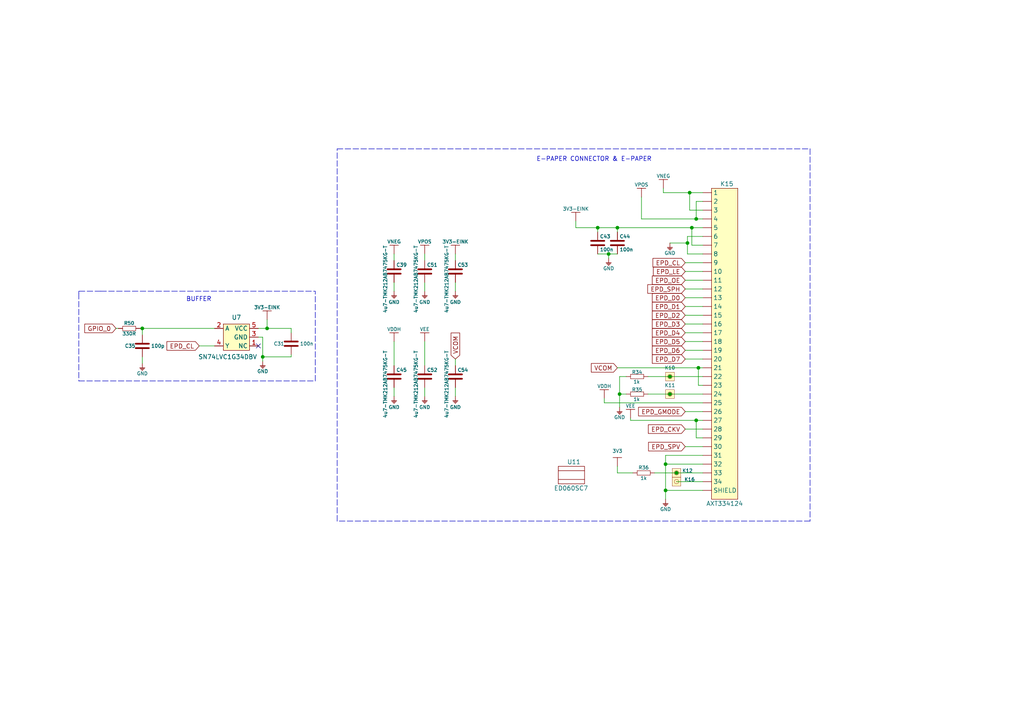
<source format=kicad_sch>
(kicad_sch (version 20211123) (generator eeschema)

  (uuid 07e8d137-c386-4ec6-9516-17a29bbee279)

  (paper "A4")

  (title_block
    (title "Soldered Inkplate 6")
    (date "2022-11-16")
    (rev "V1.2.0")
    (company "SOLDERED")
    (comment 1 "333232")
  )

  (lib_symbols
    (symbol "e-radionica.com schematics:0603C" (pin_numbers hide) (pin_names (offset 0.002)) (in_bom yes) (on_board yes)
      (property "Reference" "C" (id 0) (at 0 3.81 0)
        (effects (font (size 1 1)))
      )
      (property "Value" "0603C" (id 1) (at 0 -3.175 0)
        (effects (font (size 1 1)))
      )
      (property "Footprint" "e-radionica.com footprinti:0603C" (id 2) (at 0.635 -4.445 0)
        (effects (font (size 1 1)) hide)
      )
      (property "Datasheet" "" (id 3) (at 0 0 0)
        (effects (font (size 1 1)) hide)
      )
      (symbol "0603C_0_1"
        (polyline
          (pts
            (xy -0.635 1.905)
            (xy -0.635 -1.905)
          )
          (stroke (width 0.5) (type default) (color 0 0 0 0))
          (fill (type none))
        )
        (polyline
          (pts
            (xy 0.635 1.905)
            (xy 0.635 -1.905)
          )
          (stroke (width 0.5) (type default) (color 0 0 0 0))
          (fill (type none))
        )
      )
      (symbol "0603C_1_1"
        (pin passive line (at -3.175 0 0) (length 2.54)
          (name "~" (effects (font (size 1.27 1.27))))
          (number "1" (effects (font (size 1.27 1.27))))
        )
        (pin passive line (at 3.175 0 180) (length 2.54)
          (name "~" (effects (font (size 1.27 1.27))))
          (number "2" (effects (font (size 1.27 1.27))))
        )
      )
    )
    (symbol "e-radionica.com schematics:0603R" (pin_numbers hide) (pin_names (offset 0.254)) (in_bom yes) (on_board yes)
      (property "Reference" "R" (id 0) (at 0 1.27 0)
        (effects (font (size 1 1)))
      )
      (property "Value" "0603R" (id 1) (at 0 -1.905 0)
        (effects (font (size 1 1)))
      )
      (property "Footprint" "e-radionica.com footprinti:0603R" (id 2) (at 0 -3.81 0)
        (effects (font (size 1 1)) hide)
      )
      (property "Datasheet" "" (id 3) (at -0.635 1.905 0)
        (effects (font (size 1 1)) hide)
      )
      (symbol "0603R_0_1"
        (rectangle (start -1.905 -0.635) (end 1.905 -0.6604)
          (stroke (width 0.1) (type default) (color 0 0 0 0))
          (fill (type none))
        )
        (rectangle (start -1.905 0.635) (end -1.8796 -0.635)
          (stroke (width 0.1) (type default) (color 0 0 0 0))
          (fill (type none))
        )
        (rectangle (start -1.905 0.635) (end 1.905 0.6096)
          (stroke (width 0.1) (type default) (color 0 0 0 0))
          (fill (type none))
        )
        (rectangle (start 1.905 0.635) (end 1.9304 -0.635)
          (stroke (width 0.1) (type default) (color 0 0 0 0))
          (fill (type none))
        )
      )
      (symbol "0603R_1_1"
        (pin passive line (at -3.175 0 0) (length 1.27)
          (name "~" (effects (font (size 1.27 1.27))))
          (number "1" (effects (font (size 1.27 1.27))))
        )
        (pin passive line (at 3.175 0 180) (length 1.27)
          (name "~" (effects (font (size 1.27 1.27))))
          (number "2" (effects (font (size 1.27 1.27))))
        )
      )
    )
    (symbol "e-radionica.com schematics:0805C" (pin_numbers hide) (in_bom yes) (on_board yes)
      (property "Reference" "C" (id 0) (at 0 3.81 0)
        (effects (font (size 1 1)))
      )
      (property "Value" "0805C" (id 1) (at 0 -3.175 0)
        (effects (font (size 1 1)))
      )
      (property "Footprint" "e-radionica.com footprinti:0805C" (id 2) (at 0 -5.08 0)
        (effects (font (size 1 1)) hide)
      )
      (property "Datasheet" "" (id 3) (at 0 0 0)
        (effects (font (size 1 1)) hide)
      )
      (symbol "0805C_0_1"
        (polyline
          (pts
            (xy -0.635 1.905)
            (xy -0.635 -1.905)
          )
          (stroke (width 0.5) (type default) (color 0 0 0 0))
          (fill (type none))
        )
        (polyline
          (pts
            (xy 0.635 1.905)
            (xy 0.635 -1.905)
          )
          (stroke (width 0.5) (type default) (color 0 0 0 0))
          (fill (type none))
        )
      )
      (symbol "0805C_1_1"
        (pin passive line (at -3.175 0 0) (length 2.54)
          (name "~" (effects (font (size 1.27 1.27))))
          (number "1" (effects (font (size 1.27 1.27))))
        )
        (pin passive line (at 3.175 0 180) (length 2.54)
          (name "~" (effects (font (size 1.27 1.27))))
          (number "2" (effects (font (size 1.27 1.27))))
        )
      )
    )
    (symbol "e-radionica.com schematics:3V3" (power) (pin_names (offset 0)) (in_bom yes) (on_board yes)
      (property "Reference" "#PWR" (id 0) (at 4.445 0 0)
        (effects (font (size 1 1)) hide)
      )
      (property "Value" "3V3" (id 1) (at 0 3.556 0)
        (effects (font (size 1 1)))
      )
      (property "Footprint" "" (id 2) (at 4.445 3.81 0)
        (effects (font (size 1 1)) hide)
      )
      (property "Datasheet" "" (id 3) (at 4.445 3.81 0)
        (effects (font (size 1 1)) hide)
      )
      (property "ki_keywords" "power-flag" (id 4) (at 0 0 0)
        (effects (font (size 1.27 1.27)) hide)
      )
      (property "ki_description" "Power symbol creates a global label with name \"3V3\"" (id 5) (at 0 0 0)
        (effects (font (size 1.27 1.27)) hide)
      )
      (symbol "3V3_0_1"
        (polyline
          (pts
            (xy -1.27 2.54)
            (xy 1.27 2.54)
          )
          (stroke (width 0.16) (type default) (color 0 0 0 0))
          (fill (type none))
        )
        (polyline
          (pts
            (xy 0 0)
            (xy 0 2.54)
          )
          (stroke (width 0) (type default) (color 0 0 0 0))
          (fill (type none))
        )
      )
      (symbol "3V3_1_1"
        (pin power_in line (at 0 0 90) (length 0) hide
          (name "3V3" (effects (font (size 1.27 1.27))))
          (number "1" (effects (font (size 1.27 1.27))))
        )
      )
    )
    (symbol "e-radionica.com schematics:3V3-EINK" (power) (pin_names (offset 0)) (in_bom yes) (on_board yes)
      (property "Reference" "#PWR" (id 0) (at 4.445 0 0)
        (effects (font (size 1 1)) hide)
      )
      (property "Value" "3V3-EINK" (id 1) (at 0 3.556 0)
        (effects (font (size 1 1)))
      )
      (property "Footprint" "" (id 2) (at 4.445 3.81 0)
        (effects (font (size 1 1)) hide)
      )
      (property "Datasheet" "" (id 3) (at 4.445 3.81 0)
        (effects (font (size 1 1)) hide)
      )
      (property "ki_keywords" "power-flag" (id 4) (at 0 0 0)
        (effects (font (size 1.27 1.27)) hide)
      )
      (property "ki_description" "Power symbol creates a global label with name \"3V3-EINK\"" (id 5) (at 0 0 0)
        (effects (font (size 1.27 1.27)) hide)
      )
      (symbol "3V3-EINK_0_1"
        (polyline
          (pts
            (xy -1.27 2.54)
            (xy 1.27 2.54)
          )
          (stroke (width 0.16) (type default) (color 0 0 0 0))
          (fill (type none))
        )
        (polyline
          (pts
            (xy 0 0)
            (xy 0 2.54)
          )
          (stroke (width 0) (type default) (color 0 0 0 0))
          (fill (type none))
        )
      )
      (symbol "3V3-EINK_1_1"
        (pin power_in line (at 0 0 90) (length 0) hide
          (name "3V3-EINK" (effects (font (size 1.27 1.27))))
          (number "1" (effects (font (size 1.27 1.27))))
        )
      )
    )
    (symbol "e-radionica.com schematics:AXT334124" (pin_numbers hide) (in_bom yes) (on_board yes)
      (property "Reference" "K" (id 0) (at 0 8.89 0)
        (effects (font (size 1.27 1.27)))
      )
      (property "Value" "AXT334124" (id 1) (at 0 6.35 0)
        (effects (font (size 1.27 1.27)))
      )
      (property "Footprint" "e-radionica.com footprinti:AXT334124" (id 2) (at 0 0 0)
        (effects (font (size 1.27 1.27)) hide)
      )
      (property "Datasheet" "" (id 3) (at 0 0 0)
        (effects (font (size 1.27 1.27)) hide)
      )
      (symbol "AXT334124_0_1"
        (rectangle (start 0 1.27) (end 7.62 -88.9)
          (stroke (width 0.1524) (type default) (color 0 0 0 0))
          (fill (type background))
        )
      )
      (symbol "AXT334124_1_1"
        (pin input line (at -2.54 0 0) (length 2.54)
          (name "1" (effects (font (size 1.27 1.27))))
          (number "1" (effects (font (size 1.27 1.27))))
        )
        (pin input line (at -2.54 -22.86 0) (length 2.54)
          (name "10" (effects (font (size 1.27 1.27))))
          (number "10" (effects (font (size 1.27 1.27))))
        )
        (pin input line (at -2.54 -25.4 0) (length 2.54)
          (name "11" (effects (font (size 1.27 1.27))))
          (number "11" (effects (font (size 1.27 1.27))))
        )
        (pin input line (at -2.54 -27.94 0) (length 2.54)
          (name "12" (effects (font (size 1.27 1.27))))
          (number "12" (effects (font (size 1.27 1.27))))
        )
        (pin input line (at -2.54 -30.48 0) (length 2.54)
          (name "13" (effects (font (size 1.27 1.27))))
          (number "13" (effects (font (size 1.27 1.27))))
        )
        (pin input line (at -2.54 -33.02 0) (length 2.54)
          (name "14" (effects (font (size 1.27 1.27))))
          (number "14" (effects (font (size 1.27 1.27))))
        )
        (pin input line (at -2.54 -35.56 0) (length 2.54)
          (name "15" (effects (font (size 1.27 1.27))))
          (number "15" (effects (font (size 1.27 1.27))))
        )
        (pin input line (at -2.54 -38.1 0) (length 2.54)
          (name "16" (effects (font (size 1.27 1.27))))
          (number "16" (effects (font (size 1.27 1.27))))
        )
        (pin input line (at -2.54 -40.64 0) (length 2.54)
          (name "17" (effects (font (size 1.27 1.27))))
          (number "17" (effects (font (size 1.27 1.27))))
        )
        (pin input line (at -2.54 -43.18 0) (length 2.54)
          (name "18" (effects (font (size 1.27 1.27))))
          (number "18" (effects (font (size 1.27 1.27))))
        )
        (pin input line (at -2.54 -45.72 0) (length 2.54)
          (name "19" (effects (font (size 1.27 1.27))))
          (number "19" (effects (font (size 1.27 1.27))))
        )
        (pin input line (at -2.54 -2.54 0) (length 2.54)
          (name "2" (effects (font (size 1.27 1.27))))
          (number "2" (effects (font (size 1.27 1.27))))
        )
        (pin input line (at -2.54 -48.26 0) (length 2.54)
          (name "20" (effects (font (size 1.27 1.27))))
          (number "20" (effects (font (size 1.27 1.27))))
        )
        (pin input line (at -2.54 -50.8 0) (length 2.54)
          (name "21" (effects (font (size 1.27 1.27))))
          (number "21" (effects (font (size 1.27 1.27))))
        )
        (pin input line (at -2.54 -53.34 0) (length 2.54)
          (name "22" (effects (font (size 1.27 1.27))))
          (number "22" (effects (font (size 1.27 1.27))))
        )
        (pin input line (at -2.54 -55.88 0) (length 2.54)
          (name "23" (effects (font (size 1.27 1.27))))
          (number "23" (effects (font (size 1.27 1.27))))
        )
        (pin input line (at -2.54 -58.42 0) (length 2.54)
          (name "24" (effects (font (size 1.27 1.27))))
          (number "24" (effects (font (size 1.27 1.27))))
        )
        (pin input line (at -2.54 -60.96 0) (length 2.54)
          (name "25" (effects (font (size 1.27 1.27))))
          (number "25" (effects (font (size 1.27 1.27))))
        )
        (pin input line (at -2.54 -63.5 0) (length 2.54)
          (name "26" (effects (font (size 1.27 1.27))))
          (number "26" (effects (font (size 1.27 1.27))))
        )
        (pin input line (at -2.54 -66.04 0) (length 2.54)
          (name "27" (effects (font (size 1.27 1.27))))
          (number "27" (effects (font (size 1.27 1.27))))
        )
        (pin input line (at -2.54 -68.58 0) (length 2.54)
          (name "28" (effects (font (size 1.27 1.27))))
          (number "28" (effects (font (size 1.27 1.27))))
        )
        (pin input line (at -2.54 -71.12 0) (length 2.54)
          (name "29" (effects (font (size 1.27 1.27))))
          (number "29" (effects (font (size 1.27 1.27))))
        )
        (pin input line (at -2.54 -5.08 0) (length 2.54)
          (name "3" (effects (font (size 1.27 1.27))))
          (number "3" (effects (font (size 1.27 1.27))))
        )
        (pin input line (at -2.54 -73.66 0) (length 2.54)
          (name "30" (effects (font (size 1.27 1.27))))
          (number "30" (effects (font (size 1.27 1.27))))
        )
        (pin input line (at -2.54 -76.2 0) (length 2.54)
          (name "31" (effects (font (size 1.27 1.27))))
          (number "31" (effects (font (size 1.27 1.27))))
        )
        (pin input line (at -2.54 -78.74 0) (length 2.54)
          (name "32" (effects (font (size 1.27 1.27))))
          (number "32" (effects (font (size 1.27 1.27))))
        )
        (pin input line (at -2.54 -81.28 0) (length 2.54)
          (name "33" (effects (font (size 1.27 1.27))))
          (number "33" (effects (font (size 1.27 1.27))))
        )
        (pin input line (at -2.54 -83.82 0) (length 2.54)
          (name "34" (effects (font (size 1.27 1.27))))
          (number "34" (effects (font (size 1.27 1.27))))
        )
        (pin input line (at -2.54 -7.62 0) (length 2.54)
          (name "4" (effects (font (size 1.27 1.27))))
          (number "4" (effects (font (size 1.27 1.27))))
        )
        (pin input line (at -2.54 -10.16 0) (length 2.54)
          (name "5" (effects (font (size 1.27 1.27))))
          (number "5" (effects (font (size 1.27 1.27))))
        )
        (pin input line (at -2.54 -12.7 0) (length 2.54)
          (name "6" (effects (font (size 1.27 1.27))))
          (number "6" (effects (font (size 1.27 1.27))))
        )
        (pin input line (at -2.54 -15.24 0) (length 2.54)
          (name "7" (effects (font (size 1.27 1.27))))
          (number "7" (effects (font (size 1.27 1.27))))
        )
        (pin input line (at -2.54 -17.78 0) (length 2.54)
          (name "8" (effects (font (size 1.27 1.27))))
          (number "8" (effects (font (size 1.27 1.27))))
        )
        (pin input line (at -2.54 -20.32 0) (length 2.54)
          (name "9" (effects (font (size 1.27 1.27))))
          (number "9" (effects (font (size 1.27 1.27))))
        )
        (pin input line (at -2.54 -86.36 0) (length 2.54)
          (name "SHIELD" (effects (font (size 1.27 1.27))))
          (number "SH" (effects (font (size 1.27 1.27))))
        )
      )
    )
    (symbol "e-radionica.com schematics:ED060SC7" (in_bom yes) (on_board yes)
      (property "Reference" "U" (id 0) (at 0 -3.81 0)
        (effects (font (size 1.27 1.27)))
      )
      (property "Value" "ED060SC7" (id 1) (at 0 3.81 0)
        (effects (font (size 1.27 1.27)))
      )
      (property "Footprint" "e-radionica.com footprinti:ED060SC7" (id 2) (at 0 -6.35 0)
        (effects (font (size 1.27 1.27)) hide)
      )
      (property "Datasheet" "" (id 3) (at 0 -7.62 0)
        (effects (font (size 1.27 1.27)) hide)
      )
      (symbol "ED060SC7_0_1"
        (rectangle (start -3.81 2.54) (end 3.81 -2.54)
          (stroke (width 0) (type default) (color 0 0 0 0))
          (fill (type none))
        )
        (polyline
          (pts
            (xy -3.81 -1.27)
            (xy 3.81 -1.27)
          )
          (stroke (width 0) (type default) (color 0 0 0 0))
          (fill (type none))
        )
        (polyline
          (pts
            (xy -3.81 1.27)
            (xy 3.81 1.27)
          )
          (stroke (width 0) (type default) (color 0 0 0 0))
          (fill (type none))
        )
      )
    )
    (symbol "e-radionica.com schematics:GND" (power) (pin_names (offset 0)) (in_bom yes) (on_board yes)
      (property "Reference" "#PWR" (id 0) (at 4.445 0 0)
        (effects (font (size 1 1)) hide)
      )
      (property "Value" "GND" (id 1) (at 0 -2.921 0)
        (effects (font (size 1 1)))
      )
      (property "Footprint" "" (id 2) (at 4.445 3.81 0)
        (effects (font (size 1 1)) hide)
      )
      (property "Datasheet" "" (id 3) (at 4.445 3.81 0)
        (effects (font (size 1 1)) hide)
      )
      (property "ki_keywords" "power-flag" (id 4) (at 0 0 0)
        (effects (font (size 1.27 1.27)) hide)
      )
      (property "ki_description" "Power symbol creates a global label with name \"GND\"" (id 5) (at 0 0 0)
        (effects (font (size 1.27 1.27)) hide)
      )
      (symbol "GND_0_1"
        (polyline
          (pts
            (xy -0.762 -1.27)
            (xy 0.762 -1.27)
          )
          (stroke (width 0.16) (type default) (color 0 0 0 0))
          (fill (type none))
        )
        (polyline
          (pts
            (xy -0.635 -1.524)
            (xy 0.635 -1.524)
          )
          (stroke (width 0.16) (type default) (color 0 0 0 0))
          (fill (type none))
        )
        (polyline
          (pts
            (xy -0.381 -1.778)
            (xy 0.381 -1.778)
          )
          (stroke (width 0.16) (type default) (color 0 0 0 0))
          (fill (type none))
        )
        (polyline
          (pts
            (xy -0.127 -2.032)
            (xy 0.127 -2.032)
          )
          (stroke (width 0.16) (type default) (color 0 0 0 0))
          (fill (type none))
        )
        (polyline
          (pts
            (xy 0 0)
            (xy 0 -1.27)
          )
          (stroke (width 0.16) (type default) (color 0 0 0 0))
          (fill (type none))
        )
      )
      (symbol "GND_1_1"
        (pin power_in line (at 0 0 270) (length 0) hide
          (name "GND" (effects (font (size 1.27 1.27))))
          (number "1" (effects (font (size 1.27 1.27))))
        )
      )
    )
    (symbol "e-radionica.com schematics:HEADER_MALE_1X1_Inkplate" (pin_numbers hide) (pin_names hide) (in_bom yes) (on_board yes)
      (property "Reference" "K" (id 0) (at 0 2.54 0)
        (effects (font (size 1 1)))
      )
      (property "Value" "HEADER_MALE_1X1_Inkplate" (id 1) (at 0 -2.54 0)
        (effects (font (size 1 1)))
      )
      (property "Footprint" "e-radionica.com footprinti:HEADER_MALE_1X1_Inkplate" (id 2) (at 0 -5.08 0)
        (effects (font (size 1 1)) hide)
      )
      (property "Datasheet" "" (id 3) (at 0 0 0)
        (effects (font (size 1 1)) hide)
      )
      (symbol "HEADER_MALE_1X1_Inkplate_0_1"
        (rectangle (start -1.27 1.27) (end 1.27 -1.27)
          (stroke (width 0.001) (type default) (color 0 0 0 0))
          (fill (type background))
        )
        (circle (center 0 0) (radius 0.635)
          (stroke (width 0.0006) (type default) (color 0 0 0 0))
          (fill (type none))
        )
      )
      (symbol "HEADER_MALE_1X1_Inkplate_1_1"
        (pin passive line (at 0 0 180) (length 0)
          (name "~" (effects (font (size 1 1))))
          (number "1" (effects (font (size 1 1))))
        )
      )
    )
    (symbol "e-radionica.com schematics:SN74LVC1G34DBV" (in_bom yes) (on_board yes)
      (property "Reference" "U" (id 0) (at -2.54 5.08 0)
        (effects (font (size 1.27 1.27)))
      )
      (property "Value" "SN74LVC1G34DBV" (id 1) (at -1.27 7.62 0)
        (effects (font (size 1.27 1.27)))
      )
      (property "Footprint" "e-radionica.com footprinti:SN74LVC1G34DBV" (id 2) (at -1.27 8.89 0)
        (effects (font (size 1.27 1.27)) hide)
      )
      (property "Datasheet" "" (id 3) (at -1.27 8.89 0)
        (effects (font (size 1.27 1.27)) hide)
      )
      (property "ki_keywords" "Buffer" (id 4) (at 0 0 0)
        (effects (font (size 1.27 1.27)) hide)
      )
      (property "ki_description" "Single Buffer Gate" (id 5) (at 0 0 0)
        (effects (font (size 1.27 1.27)) hide)
      )
      (symbol "SN74LVC1G34DBV_0_0"
        (rectangle (start -3.81 3.81) (end 3.81 -3.81)
          (stroke (width 0) (type default) (color 0 0 0 0))
          (fill (type background))
        )
      )
      (symbol "SN74LVC1G34DBV_1_1"
        (pin passive line (at 6.35 -2.54 180) (length 2.54)
          (name "NC" (effects (font (size 1.27 1.27))))
          (number "1" (effects (font (size 1.27 1.27))))
        )
        (pin passive line (at -6.35 2.54 0) (length 2.54)
          (name "A" (effects (font (size 1.27 1.27))))
          (number "2" (effects (font (size 1.27 1.27))))
        )
        (pin passive line (at 6.35 0 180) (length 2.54)
          (name "GND" (effects (font (size 1.27 1.27))))
          (number "3" (effects (font (size 1.27 1.27))))
        )
        (pin passive line (at -6.35 -2.54 0) (length 2.54)
          (name "Y" (effects (font (size 1.27 1.27))))
          (number "4" (effects (font (size 1.27 1.27))))
        )
        (pin passive line (at 6.35 2.54 180) (length 2.54)
          (name "VCC" (effects (font (size 1.27 1.27))))
          (number "5" (effects (font (size 1.27 1.27))))
        )
      )
    )
    (symbol "e-radionica.com schematics:VDDH" (power) (pin_names (offset 0)) (in_bom yes) (on_board yes)
      (property "Reference" "#PWR" (id 0) (at 4.445 0 0)
        (effects (font (size 1 1)) hide)
      )
      (property "Value" "VDDH" (id 1) (at 0 3.556 0)
        (effects (font (size 1 1)))
      )
      (property "Footprint" "" (id 2) (at 4.445 3.81 0)
        (effects (font (size 1 1)) hide)
      )
      (property "Datasheet" "" (id 3) (at 4.445 3.81 0)
        (effects (font (size 1 1)) hide)
      )
      (property "ki_keywords" "power-flag" (id 4) (at 0 0 0)
        (effects (font (size 1.27 1.27)) hide)
      )
      (property "ki_description" "Power symbol creates a global label with name \"VDDH\"" (id 5) (at 0 0 0)
        (effects (font (size 1.27 1.27)) hide)
      )
      (symbol "VDDH_0_1"
        (polyline
          (pts
            (xy -1.27 2.54)
            (xy 1.27 2.54)
          )
          (stroke (width 0.16) (type default) (color 0 0 0 0))
          (fill (type none))
        )
        (polyline
          (pts
            (xy 0 0)
            (xy 0 2.54)
          )
          (stroke (width 0) (type default) (color 0 0 0 0))
          (fill (type none))
        )
      )
      (symbol "VDDH_1_1"
        (pin power_in line (at 0 0 90) (length 0) hide
          (name "VDDH" (effects (font (size 1.27 1.27))))
          (number "1" (effects (font (size 1.27 1.27))))
        )
      )
    )
    (symbol "e-radionica.com schematics:VEE" (power) (pin_names (offset 0)) (in_bom yes) (on_board yes)
      (property "Reference" "#PWR" (id 0) (at 4.445 0 0)
        (effects (font (size 1 1)) hide)
      )
      (property "Value" "VEE" (id 1) (at 0 3.556 0)
        (effects (font (size 1 1)))
      )
      (property "Footprint" "" (id 2) (at 4.445 3.81 0)
        (effects (font (size 1 1)) hide)
      )
      (property "Datasheet" "" (id 3) (at 4.445 3.81 0)
        (effects (font (size 1 1)) hide)
      )
      (property "ki_keywords" "power-flag" (id 4) (at 0 0 0)
        (effects (font (size 1.27 1.27)) hide)
      )
      (property "ki_description" "Power symbol creates a global label with name \"VEE\"" (id 5) (at 0 0 0)
        (effects (font (size 1.27 1.27)) hide)
      )
      (symbol "VEE_0_1"
        (polyline
          (pts
            (xy -1.27 2.54)
            (xy 1.27 2.54)
          )
          (stroke (width 0.16) (type default) (color 0 0 0 0))
          (fill (type none))
        )
        (polyline
          (pts
            (xy 0 0)
            (xy 0 2.54)
          )
          (stroke (width 0) (type default) (color 0 0 0 0))
          (fill (type none))
        )
      )
      (symbol "VEE_1_1"
        (pin power_in line (at 0 0 90) (length 0) hide
          (name "VEE" (effects (font (size 1.27 1.27))))
          (number "1" (effects (font (size 1.27 1.27))))
        )
      )
    )
    (symbol "e-radionica.com schematics:VNEG" (power) (pin_names (offset 0)) (in_bom yes) (on_board yes)
      (property "Reference" "#PWR" (id 0) (at 4.445 0 0)
        (effects (font (size 1 1)) hide)
      )
      (property "Value" "VNEG" (id 1) (at 0 3.556 0)
        (effects (font (size 1 1)))
      )
      (property "Footprint" "" (id 2) (at 4.445 3.81 0)
        (effects (font (size 1 1)) hide)
      )
      (property "Datasheet" "" (id 3) (at 4.445 3.81 0)
        (effects (font (size 1 1)) hide)
      )
      (property "ki_keywords" "power-flag" (id 4) (at 0 0 0)
        (effects (font (size 1.27 1.27)) hide)
      )
      (property "ki_description" "Power symbol creates a global label with name \"VNEG\"" (id 5) (at 0 0 0)
        (effects (font (size 1.27 1.27)) hide)
      )
      (symbol "VNEG_0_1"
        (polyline
          (pts
            (xy -1.27 2.54)
            (xy 1.27 2.54)
          )
          (stroke (width 0.16) (type default) (color 0 0 0 0))
          (fill (type none))
        )
        (polyline
          (pts
            (xy 0 0)
            (xy 0 2.54)
          )
          (stroke (width 0) (type default) (color 0 0 0 0))
          (fill (type none))
        )
      )
      (symbol "VNEG_1_1"
        (pin power_in line (at 0 0 90) (length 0) hide
          (name "VNEG" (effects (font (size 1.27 1.27))))
          (number "1" (effects (font (size 1.27 1.27))))
        )
      )
    )
    (symbol "e-radionica.com schematics:VPOS" (power) (pin_names (offset 0)) (in_bom yes) (on_board yes)
      (property "Reference" "#PWR" (id 0) (at 4.445 0 0)
        (effects (font (size 1 1)) hide)
      )
      (property "Value" "VPOS" (id 1) (at 0 3.556 0)
        (effects (font (size 1 1)))
      )
      (property "Footprint" "" (id 2) (at 4.445 3.81 0)
        (effects (font (size 1 1)) hide)
      )
      (property "Datasheet" "" (id 3) (at 4.445 3.81 0)
        (effects (font (size 1 1)) hide)
      )
      (property "ki_keywords" "power-flag" (id 4) (at 0 0 0)
        (effects (font (size 1.27 1.27)) hide)
      )
      (property "ki_description" "Power symbol creates a global label with name \"VPOS\"" (id 5) (at 0 0 0)
        (effects (font (size 1.27 1.27)) hide)
      )
      (symbol "VPOS_0_1"
        (polyline
          (pts
            (xy -1.27 2.54)
            (xy 1.27 2.54)
          )
          (stroke (width 0.16) (type default) (color 0 0 0 0))
          (fill (type none))
        )
        (polyline
          (pts
            (xy 0 0)
            (xy 0 2.54)
          )
          (stroke (width 0) (type default) (color 0 0 0 0))
          (fill (type none))
        )
      )
      (symbol "VPOS_1_1"
        (pin power_in line (at 0 0 90) (length 0) hide
          (name "VPOS" (effects (font (size 1.27 1.27))))
          (number "1" (effects (font (size 1.27 1.27))))
        )
      )
    )
  )

  (junction (at 196.215 137.16) (diameter 0) (color 0 0 0 0)
    (uuid 164ccb5a-7c3f-478f-b1eb-54823a7bc843)
  )
  (junction (at 200.66 66.04) (diameter 0) (color 0 0 0 0)
    (uuid 2243871c-2328-4095-84f8-67ff9e2e51e2)
  )
  (junction (at 77.47 95.25) (diameter 0) (color 0 0 0 0)
    (uuid 318b92df-2a07-4831-b812-4fdba5bddfbd)
  )
  (junction (at 194.31 109.22) (diameter 0) (color 0 0 0 0)
    (uuid 3d91f36e-9da1-4496-8e47-24923ef8473b)
  )
  (junction (at 201.93 121.92) (diameter 0) (color 0 0 0 0)
    (uuid 43dc07d2-3f8d-4f66-8efd-b76e952ad09b)
  )
  (junction (at 76.2 103.505) (diameter 0) (color 0 0 0 0)
    (uuid 510308f6-1612-4202-832f-8a7029d0e38b)
  )
  (junction (at 173.355 66.04) (diameter 0) (color 0 0 0 0)
    (uuid 54c968c7-344f-4456-9277-08a2ea170b90)
  )
  (junction (at 201.93 63.5) (diameter 0) (color 0 0 0 0)
    (uuid 5cf1dd9d-dd66-4043-bfab-e137df61d9c7)
  )
  (junction (at 202.565 106.68) (diameter 0) (color 0 0 0 0)
    (uuid 6869bf73-fb93-4c5b-82e9-925441e0f720)
  )
  (junction (at 199.39 70.485) (diameter 0) (color 0 0 0 0)
    (uuid 8949d3ab-41f8-4a66-9a58-ec5e18bff274)
  )
  (junction (at 179.705 114.3) (diameter 0) (color 0 0 0 0)
    (uuid 8a0d8d6e-7007-4450-9b72-199d734b209e)
  )
  (junction (at 176.53 73.66) (diameter 0) (color 0 0 0 0)
    (uuid 8b91b29a-1c1d-47ec-946d-9933c35eb206)
  )
  (junction (at 194.31 114.3) (diameter 0) (color 0 0 0 0)
    (uuid a34a6b3e-416d-4e36-9d7d-447a9343e0ac)
  )
  (junction (at 179.07 66.04) (diameter 0) (color 0 0 0 0)
    (uuid ae07e7eb-9028-45f5-954e-af7e6c2bd085)
  )
  (junction (at 193.04 142.24) (diameter 0) (color 0 0 0 0)
    (uuid afac9d95-ce9e-4b45-9e7f-af9d66d36228)
  )
  (junction (at 41.275 95.25) (diameter 0) (color 0 0 0 0)
    (uuid b1ea929b-b4d5-432a-8767-bc54d7b2c5c3)
  )
  (junction (at 193.04 134.62) (diameter 0) (color 0 0 0 0)
    (uuid c882cd00-0628-412d-9095-796ffd64847f)
  )
  (junction (at 200.025 55.88) (diameter 0) (color 0 0 0 0)
    (uuid d2943fc4-1102-4c29-aeca-74a4d0301af4)
  )

  (no_connect (at 74.93 100.33) (uuid f19c7d00-f39c-4106-80e6-ee0860511ac4))

  (wire (pts (xy 198.755 129.54) (xy 203.835 129.54))
    (stroke (width 0) (type default) (color 0 0 0 0))
    (uuid 0229a5c6-b46a-46ef-a0ce-f9c938794449)
  )
  (wire (pts (xy 167.005 66.04) (xy 173.355 66.04))
    (stroke (width 0) (type default) (color 0 0 0 0))
    (uuid 03f58044-829a-4177-bba3-bf6efcc14b2d)
  )
  (wire (pts (xy 176.53 73.66) (xy 176.53 74.93))
    (stroke (width 0) (type default) (color 0 0 0 0))
    (uuid 0460b59e-cd2e-4a82-a1fb-8e9d0c5ea724)
  )
  (wire (pts (xy 132.08 112.395) (xy 132.08 114.935))
    (stroke (width 0) (type default) (color 0 0 0 0))
    (uuid 12e64a8e-3d71-4ac6-b1ee-6e55518c19ea)
  )
  (wire (pts (xy 179.07 135.255) (xy 179.07 137.16))
    (stroke (width 0) (type default) (color 0 0 0 0))
    (uuid 13a58b03-073f-4fc6-bfbb-fb5a2f2ef65d)
  )
  (wire (pts (xy 114.3 99.06) (xy 114.3 106.045))
    (stroke (width 0) (type default) (color 0 0 0 0))
    (uuid 14465dd2-bdfe-4411-8ffc-cb405ca3b034)
  )
  (polyline (pts (xy 22.86 110.49) (xy 91.44 110.49))
    (stroke (width 0) (type default) (color 0 0 0 0))
    (uuid 14ca3e30-e0dc-4937-ba4b-97bbc066cbdf)
  )

  (wire (pts (xy 203.835 58.42) (xy 201.93 58.42))
    (stroke (width 0) (type default) (color 0 0 0 0))
    (uuid 17d7d8e3-afa1-49f9-bafc-f88bd9d232e2)
  )
  (wire (pts (xy 202.565 106.68) (xy 203.835 106.68))
    (stroke (width 0) (type default) (color 0 0 0 0))
    (uuid 1f2b4281-8d05-414e-8f17-cbd91e396ccd)
  )
  (wire (pts (xy 173.355 66.04) (xy 173.355 67.31))
    (stroke (width 0) (type default) (color 0 0 0 0))
    (uuid 216e6fae-2039-4758-a61d-10dd03ca6b39)
  )
  (wire (pts (xy 123.19 99.06) (xy 123.19 106.045))
    (stroke (width 0) (type default) (color 0 0 0 0))
    (uuid 21c7e03f-a263-4d16-9e0c-8a87b36bd791)
  )
  (wire (pts (xy 33.655 95.25) (xy 34.29 95.25))
    (stroke (width 0) (type default) (color 0 0 0 0))
    (uuid 251b73c7-cea2-4074-af5f-fec6ae294393)
  )
  (wire (pts (xy 76.2 103.505) (xy 76.2 104.775))
    (stroke (width 0) (type default) (color 0 0 0 0))
    (uuid 261b6812-cbcc-41a2-bf1a-fe61527f103e)
  )
  (wire (pts (xy 179.705 114.3) (xy 179.705 118.11))
    (stroke (width 0) (type default) (color 0 0 0 0))
    (uuid 270fa802-2352-4df2-8521-ead22ccf9310)
  )
  (wire (pts (xy 203.835 73.66) (xy 199.39 73.66))
    (stroke (width 0) (type default) (color 0 0 0 0))
    (uuid 28aa6807-dd57-4f0b-b440-64ac297df085)
  )
  (wire (pts (xy 41.275 103.505) (xy 41.275 105.41))
    (stroke (width 0) (type default) (color 0 0 0 0))
    (uuid 2a8560e3-a437-4366-9edb-73cecc1a2ad7)
  )
  (wire (pts (xy 132.08 104.14) (xy 132.08 106.045))
    (stroke (width 0) (type default) (color 0 0 0 0))
    (uuid 2f4d63ac-bb97-4e35-8355-4dbe7adb244a)
  )
  (wire (pts (xy 198.755 101.6) (xy 203.835 101.6))
    (stroke (width 0) (type default) (color 0 0 0 0))
    (uuid 3215547f-47fc-4cf2-bf0b-f49e0b6d9ae8)
  )
  (polyline (pts (xy 22.86 84.455) (xy 22.86 85.09))
    (stroke (width 0) (type default) (color 0 0 0 0))
    (uuid 3235866e-b6fe-4c24-8ecc-25e6166a01fa)
  )

  (wire (pts (xy 201.93 63.5) (xy 203.835 63.5))
    (stroke (width 0) (type default) (color 0 0 0 0))
    (uuid 36a6cbd8-f239-48f6-ae2c-b34b35f60681)
  )
  (wire (pts (xy 198.755 88.9) (xy 203.835 88.9))
    (stroke (width 0) (type default) (color 0 0 0 0))
    (uuid 380b7fe9-78a3-4dd5-9ec2-b807dbc70b56)
  )
  (wire (pts (xy 198.755 91.44) (xy 203.835 91.44))
    (stroke (width 0) (type default) (color 0 0 0 0))
    (uuid 3879de02-2bb9-42e8-b8b8-84829f37fb74)
  )
  (wire (pts (xy 203.835 127) (xy 201.93 127))
    (stroke (width 0) (type default) (color 0 0 0 0))
    (uuid 395dd3b6-408f-4603-80d7-0a633bf5986e)
  )
  (wire (pts (xy 186.055 63.5) (xy 201.93 63.5))
    (stroke (width 0) (type default) (color 0 0 0 0))
    (uuid 3b07453d-20f1-44aa-bb50-8adcff6bb709)
  )
  (wire (pts (xy 193.04 132.08) (xy 203.835 132.08))
    (stroke (width 0) (type default) (color 0 0 0 0))
    (uuid 3c804657-95ef-493a-a82d-b5400edd39f7)
  )
  (wire (pts (xy 57.785 100.33) (xy 62.23 100.33))
    (stroke (width 0) (type default) (color 0 0 0 0))
    (uuid 4406ab04-1ce1-4d76-b038-3e07c23b9119)
  )
  (wire (pts (xy 123.19 112.395) (xy 123.19 114.935))
    (stroke (width 0) (type default) (color 0 0 0 0))
    (uuid 4808117d-4cb3-4b1b-99fa-5486fa03df0d)
  )
  (wire (pts (xy 175.26 115.57) (xy 175.26 116.84))
    (stroke (width 0) (type default) (color 0 0 0 0))
    (uuid 481ebecc-56fd-42f6-a3e1-276214cccdc8)
  )
  (wire (pts (xy 198.755 96.52) (xy 203.835 96.52))
    (stroke (width 0) (type default) (color 0 0 0 0))
    (uuid 4925969a-38ac-4d0d-8dc6-1fc90ed93b3f)
  )
  (polyline (pts (xy 97.79 151.13) (xy 97.79 43.18))
    (stroke (width 0) (type default) (color 0 0 0 0))
    (uuid 49abb454-1f9e-4b36-b82f-1153d7fba40a)
  )

  (wire (pts (xy 192.405 54.61) (xy 192.405 55.88))
    (stroke (width 0) (type default) (color 0 0 0 0))
    (uuid 4b776ec8-3d26-4448-892b-1c325086394a)
  )
  (wire (pts (xy 198.755 81.28) (xy 203.835 81.28))
    (stroke (width 0) (type default) (color 0 0 0 0))
    (uuid 52b780aa-990b-4e56-a7c5-7e00d2104ce0)
  )
  (wire (pts (xy 193.04 142.24) (xy 193.04 144.78))
    (stroke (width 0) (type default) (color 0 0 0 0))
    (uuid 58953b3b-641e-44d9-a9b5-66528ca0d0f9)
  )
  (wire (pts (xy 40.64 95.25) (xy 41.275 95.25))
    (stroke (width 0) (type default) (color 0 0 0 0))
    (uuid 5ed85799-a945-400a-a90c-303ed9f4040d)
  )
  (wire (pts (xy 179.705 109.22) (xy 179.705 114.3))
    (stroke (width 0) (type default) (color 0 0 0 0))
    (uuid 654edb43-9640-4e19-bb1f-25758aa62deb)
  )
  (wire (pts (xy 173.355 66.04) (xy 179.07 66.04))
    (stroke (width 0) (type default) (color 0 0 0 0))
    (uuid 66acbccb-c54e-457c-92db-201b159a2b53)
  )
  (wire (pts (xy 198.755 104.14) (xy 203.835 104.14))
    (stroke (width 0) (type default) (color 0 0 0 0))
    (uuid 67c749b2-779a-483a-8afe-36c532a95439)
  )
  (wire (pts (xy 198.755 78.74) (xy 203.835 78.74))
    (stroke (width 0) (type default) (color 0 0 0 0))
    (uuid 695688d8-25a8-4823-b67a-3d66cc0f6ae2)
  )
  (wire (pts (xy 203.835 71.12) (xy 200.66 71.12))
    (stroke (width 0) (type default) (color 0 0 0 0))
    (uuid 6b94bb9d-1551-4db2-b0ff-b782c5db0591)
  )
  (polyline (pts (xy 91.44 110.49) (xy 91.44 84.455))
    (stroke (width 0) (type default) (color 0 0 0 0))
    (uuid 6c46fe60-db44-4839-9ddb-83082e83f341)
  )

  (wire (pts (xy 77.47 95.25) (xy 74.93 95.25))
    (stroke (width 0) (type default) (color 0 0 0 0))
    (uuid 6cf86767-ed92-4e8f-ae3e-7e888f9600be)
  )
  (wire (pts (xy 167.005 64.135) (xy 167.005 66.04))
    (stroke (width 0) (type default) (color 0 0 0 0))
    (uuid 6f641b3b-e700-44cd-9252-c02b5ddc7416)
  )
  (wire (pts (xy 41.275 95.25) (xy 62.23 95.25))
    (stroke (width 0) (type default) (color 0 0 0 0))
    (uuid 70a2c6f1-d391-4301-93f4-a6d3e8d0b359)
  )
  (wire (pts (xy 173.355 73.66) (xy 176.53 73.66))
    (stroke (width 0) (type default) (color 0 0 0 0))
    (uuid 717d7e21-bc64-4f7a-89a7-03c6264753df)
  )
  (wire (pts (xy 203.835 68.58) (xy 199.39 68.58))
    (stroke (width 0) (type default) (color 0 0 0 0))
    (uuid 726b5f5a-1e13-4862-8746-9723193db6d1)
  )
  (wire (pts (xy 176.53 73.66) (xy 179.07 73.66))
    (stroke (width 0) (type default) (color 0 0 0 0))
    (uuid 736da990-0b8b-4977-b145-3d48e276e450)
  )
  (wire (pts (xy 179.07 137.16) (xy 183.515 137.16))
    (stroke (width 0) (type default) (color 0 0 0 0))
    (uuid 73d3d033-911e-45e3-9a90-88819e74b901)
  )
  (wire (pts (xy 76.2 97.79) (xy 76.2 103.505))
    (stroke (width 0) (type default) (color 0 0 0 0))
    (uuid 7568bcd8-d2ba-449a-ae97-534184743da1)
  )
  (wire (pts (xy 84.455 96.52) (xy 84.455 95.25))
    (stroke (width 0) (type default) (color 0 0 0 0))
    (uuid 765c4e07-6f74-4734-8742-1a3984c8cefd)
  )
  (wire (pts (xy 132.08 81.915) (xy 132.08 84.455))
    (stroke (width 0) (type default) (color 0 0 0 0))
    (uuid 78e6cf1e-41b6-4ba0-83d0-95b2d9a44a09)
  )
  (wire (pts (xy 186.055 57.15) (xy 186.055 63.5))
    (stroke (width 0) (type default) (color 0 0 0 0))
    (uuid 793997a7-af17-4793-b18a-dca7e5fa678f)
  )
  (wire (pts (xy 114.3 81.915) (xy 114.3 84.455))
    (stroke (width 0) (type default) (color 0 0 0 0))
    (uuid 7a290f36-43ab-4e69-8d6f-12c44ea8df23)
  )
  (wire (pts (xy 179.705 114.3) (xy 181.61 114.3))
    (stroke (width 0) (type default) (color 0 0 0 0))
    (uuid 7a526f7a-2900-4948-b4c7-98b52d50f7e0)
  )
  (polyline (pts (xy 22.86 85.09) (xy 22.86 110.49))
    (stroke (width 0) (type default) (color 0 0 0 0))
    (uuid 7cbdcaeb-4e5a-4904-89b8-6f84dee580a6)
  )

  (wire (pts (xy 200.66 66.04) (xy 203.835 66.04))
    (stroke (width 0) (type default) (color 0 0 0 0))
    (uuid 7d9ebbfd-63e2-4a4a-93a3-c36ea5803537)
  )
  (wire (pts (xy 199.39 68.58) (xy 199.39 70.485))
    (stroke (width 0) (type default) (color 0 0 0 0))
    (uuid 80207c57-b6a6-48c3-9d15-e0c518e75a27)
  )
  (wire (pts (xy 201.93 58.42) (xy 201.93 63.5))
    (stroke (width 0) (type default) (color 0 0 0 0))
    (uuid 8174e523-045f-4356-9bbb-f84fb2378c33)
  )
  (wire (pts (xy 74.93 97.79) (xy 76.2 97.79))
    (stroke (width 0) (type default) (color 0 0 0 0))
    (uuid 82547358-e26e-4a5c-996e-bb19b7d8e10e)
  )
  (wire (pts (xy 41.275 95.25) (xy 41.275 97.155))
    (stroke (width 0) (type default) (color 0 0 0 0))
    (uuid 829c0bbb-8aef-4b71-8943-8be57161b4ce)
  )
  (wire (pts (xy 193.04 134.62) (xy 203.835 134.62))
    (stroke (width 0) (type default) (color 0 0 0 0))
    (uuid 849fe34f-1430-478b-bc35-e239b63e504c)
  )
  (wire (pts (xy 189.865 137.16) (xy 196.215 137.16))
    (stroke (width 0) (type default) (color 0 0 0 0))
    (uuid 8610dd22-4100-4596-8c97-428686967ed4)
  )
  (wire (pts (xy 203.835 111.76) (xy 202.565 111.76))
    (stroke (width 0) (type default) (color 0 0 0 0))
    (uuid 879d1826-b46e-40eb-9590-d5465749dbaa)
  )
  (wire (pts (xy 194.31 114.3) (xy 203.835 114.3))
    (stroke (width 0) (type default) (color 0 0 0 0))
    (uuid 88c12d42-1ed6-4373-b8af-c25a5b7fad09)
  )
  (wire (pts (xy 199.39 70.485) (xy 194.31 70.485))
    (stroke (width 0) (type default) (color 0 0 0 0))
    (uuid 8932d1bc-dadd-4f6e-9a75-fd101324128e)
  )
  (wire (pts (xy 198.755 76.2) (xy 203.835 76.2))
    (stroke (width 0) (type default) (color 0 0 0 0))
    (uuid 89ed389e-4ea6-4f95-bc2b-ad6d68892d69)
  )
  (wire (pts (xy 198.755 99.06) (xy 203.835 99.06))
    (stroke (width 0) (type default) (color 0 0 0 0))
    (uuid 8a2de51d-f04e-4f03-a682-31790d3cdc1d)
  )
  (wire (pts (xy 196.215 139.7) (xy 203.835 139.7))
    (stroke (width 0) (type default) (color 0 0 0 0))
    (uuid 8af193f8-2cfb-4efc-b4e8-a31183c8b4c2)
  )
  (wire (pts (xy 187.96 109.22) (xy 194.31 109.22))
    (stroke (width 0) (type default) (color 0 0 0 0))
    (uuid 8d2bec8c-7b93-41d4-a451-12c5e5ac4d56)
  )
  (polyline (pts (xy 29.21 84.455) (xy 22.86 84.455))
    (stroke (width 0) (type default) (color 0 0 0 0))
    (uuid 8f58ef87-9086-42d2-974e-5c95e39dd20e)
  )

  (wire (pts (xy 193.04 134.62) (xy 193.04 132.08))
    (stroke (width 0) (type default) (color 0 0 0 0))
    (uuid 8fb110bc-79ff-4423-98a5-34e93a731d89)
  )
  (wire (pts (xy 123.19 81.915) (xy 123.19 84.455))
    (stroke (width 0) (type default) (color 0 0 0 0))
    (uuid 906987f3-7d32-4560-879a-07e608330d09)
  )
  (polyline (pts (xy 29.21 84.455) (xy 91.44 84.455))
    (stroke (width 0) (type default) (color 0 0 0 0))
    (uuid 91bad4d3-b988-44ad-b9e2-ce71b8a768db)
  )

  (wire (pts (xy 200.66 71.12) (xy 200.66 66.04))
    (stroke (width 0) (type default) (color 0 0 0 0))
    (uuid 92dc44d5-e460-4322-808f-0be926386580)
  )
  (wire (pts (xy 198.755 119.38) (xy 203.835 119.38))
    (stroke (width 0) (type default) (color 0 0 0 0))
    (uuid 95e34268-99d1-4a10-8347-ae96a07a3464)
  )
  (wire (pts (xy 200.025 55.88) (xy 203.835 55.88))
    (stroke (width 0) (type default) (color 0 0 0 0))
    (uuid 9ebe2976-b2e3-49f0-ab64-fd18492c8715)
  )
  (polyline (pts (xy 234.95 151.13) (xy 97.79 151.13))
    (stroke (width 0) (type default) (color 0 0 0 0))
    (uuid a3e814c2-5162-492e-ad60-0f95d580eb1b)
  )

  (wire (pts (xy 198.755 83.82) (xy 203.835 83.82))
    (stroke (width 0) (type default) (color 0 0 0 0))
    (uuid a7fdd4a6-18c5-430e-836d-8ab1c79c2bd3)
  )
  (wire (pts (xy 202.565 106.68) (xy 202.565 111.76))
    (stroke (width 0) (type default) (color 0 0 0 0))
    (uuid a962fc35-843a-4a8c-bc43-690831655b4e)
  )
  (wire (pts (xy 132.08 73.66) (xy 132.08 75.565))
    (stroke (width 0) (type default) (color 0 0 0 0))
    (uuid ac09c582-8fde-45c6-b5a0-d3e3b4cb3b14)
  )
  (wire (pts (xy 77.47 92.71) (xy 77.47 95.25))
    (stroke (width 0) (type default) (color 0 0 0 0))
    (uuid ac8305e3-c6c6-4814-ae70-dc7f2f23b46a)
  )
  (wire (pts (xy 179.07 106.68) (xy 202.565 106.68))
    (stroke (width 0) (type default) (color 0 0 0 0))
    (uuid ae8a4799-c4bf-4158-8420-50a314b16ff3)
  )
  (wire (pts (xy 123.19 73.66) (xy 123.19 75.565))
    (stroke (width 0) (type default) (color 0 0 0 0))
    (uuid ae984aad-815c-4173-be38-022ebe544ae5)
  )
  (wire (pts (xy 114.3 73.66) (xy 114.3 75.565))
    (stroke (width 0) (type default) (color 0 0 0 0))
    (uuid affa8a04-2416-456b-b47d-3fae28b4b1f9)
  )
  (wire (pts (xy 198.755 124.46) (xy 203.835 124.46))
    (stroke (width 0) (type default) (color 0 0 0 0))
    (uuid b0a4bba9-264b-4ea4-8b6b-39519f58f6fc)
  )
  (polyline (pts (xy 234.95 43.18) (xy 234.95 151.13))
    (stroke (width 0) (type default) (color 0 0 0 0))
    (uuid b7cbcdfa-4e56-42ec-8477-3ea27e8efdbb)
  )

  (wire (pts (xy 182.88 121.285) (xy 182.88 121.92))
    (stroke (width 0) (type default) (color 0 0 0 0))
    (uuid b98a2681-bc73-4806-842c-24c2eb402ad6)
  )
  (wire (pts (xy 203.835 60.96) (xy 200.025 60.96))
    (stroke (width 0) (type default) (color 0 0 0 0))
    (uuid bd6b1442-2be0-409d-8be7-89c400e25f46)
  )
  (wire (pts (xy 114.3 112.395) (xy 114.3 114.935))
    (stroke (width 0) (type default) (color 0 0 0 0))
    (uuid be051632-eac0-40b3-afdf-d37187d1fb74)
  )
  (wire (pts (xy 193.04 134.62) (xy 193.04 142.24))
    (stroke (width 0) (type default) (color 0 0 0 0))
    (uuid c2509d9a-4d19-44ec-8636-15e3c07ce314)
  )
  (wire (pts (xy 179.07 67.31) (xy 179.07 66.04))
    (stroke (width 0) (type default) (color 0 0 0 0))
    (uuid c80f657f-fb85-4c55-8abe-6d77f8f28e00)
  )
  (wire (pts (xy 84.455 102.87) (xy 84.455 103.505))
    (stroke (width 0) (type default) (color 0 0 0 0))
    (uuid ca07e391-02f7-4b28-9cf4-f1875a32131e)
  )
  (wire (pts (xy 199.39 73.66) (xy 199.39 70.485))
    (stroke (width 0) (type default) (color 0 0 0 0))
    (uuid ce5b5b3e-6e31-4126-a0dc-1066a5080be3)
  )
  (wire (pts (xy 187.96 114.3) (xy 194.31 114.3))
    (stroke (width 0) (type default) (color 0 0 0 0))
    (uuid d206c353-2685-46f8-a01c-3653f3db309a)
  )
  (wire (pts (xy 201.93 127) (xy 201.93 121.92))
    (stroke (width 0) (type default) (color 0 0 0 0))
    (uuid d38646b7-e165-48b3-b457-f3b076148f9b)
  )
  (polyline (pts (xy 97.79 43.18) (xy 234.95 43.18))
    (stroke (width 0) (type default) (color 0 0 0 0))
    (uuid d6d1cb68-c7c2-4129-98fd-c9fa4498a9f6)
  )

  (wire (pts (xy 194.31 109.22) (xy 203.835 109.22))
    (stroke (width 0) (type default) (color 0 0 0 0))
    (uuid d85bf7be-c472-4d7d-b0c9-311c82df073b)
  )
  (wire (pts (xy 203.835 142.24) (xy 193.04 142.24))
    (stroke (width 0) (type default) (color 0 0 0 0))
    (uuid e5c3595d-dfee-42a3-85e8-52c872aef516)
  )
  (wire (pts (xy 200.025 60.96) (xy 200.025 55.88))
    (stroke (width 0) (type default) (color 0 0 0 0))
    (uuid e72d788b-7d88-4c73-a4b1-2e17c04db7bf)
  )
  (wire (pts (xy 179.07 66.04) (xy 200.66 66.04))
    (stroke (width 0) (type default) (color 0 0 0 0))
    (uuid e863c38c-0bf6-4cd7-8350-3e8b451d3615)
  )
  (wire (pts (xy 201.93 121.92) (xy 203.835 121.92))
    (stroke (width 0) (type default) (color 0 0 0 0))
    (uuid e86593d6-ba4c-44a0-9a2e-15342fe409be)
  )
  (wire (pts (xy 175.26 116.84) (xy 203.835 116.84))
    (stroke (width 0) (type default) (color 0 0 0 0))
    (uuid ec6b7fc7-be30-412c-b556-847ba3387c27)
  )
  (wire (pts (xy 192.405 55.88) (xy 200.025 55.88))
    (stroke (width 0) (type default) (color 0 0 0 0))
    (uuid eed9c5d7-9a22-4232-b80b-1389deea4961)
  )
  (wire (pts (xy 198.755 86.36) (xy 203.835 86.36))
    (stroke (width 0) (type default) (color 0 0 0 0))
    (uuid f1c4b00c-791a-4d73-907b-0fc5303686bd)
  )
  (wire (pts (xy 203.835 137.16) (xy 196.215 137.16))
    (stroke (width 0) (type default) (color 0 0 0 0))
    (uuid f24d8819-95a7-4fb8-9eb7-c65bf6aa0161)
  )
  (wire (pts (xy 181.61 109.22) (xy 179.705 109.22))
    (stroke (width 0) (type default) (color 0 0 0 0))
    (uuid f2c8e2dd-5676-4b58-9bac-9df9adc4fddf)
  )
  (wire (pts (xy 182.88 121.92) (xy 201.93 121.92))
    (stroke (width 0) (type default) (color 0 0 0 0))
    (uuid f43b0e6b-4e49-48ab-9bc2-d465c3a73635)
  )
  (wire (pts (xy 77.47 95.25) (xy 84.455 95.25))
    (stroke (width 0) (type default) (color 0 0 0 0))
    (uuid f6894804-7e75-4dbb-8a49-b87f6ec46ccd)
  )
  (wire (pts (xy 198.755 93.98) (xy 203.835 93.98))
    (stroke (width 0) (type default) (color 0 0 0 0))
    (uuid fcbdaa01-e1fe-46a5-8f81-6fde5744721c)
  )
  (wire (pts (xy 76.2 103.505) (xy 84.455 103.505))
    (stroke (width 0) (type default) (color 0 0 0 0))
    (uuid fe39db59-a7c3-4273-86a3-24ad029c6d2f)
  )

  (text "E-PAPER CONNECTOR & E-PAPER\n" (at 155.575 46.99 0)
    (effects (font (size 1.27 1.27)) (justify left bottom))
    (uuid 670b9e0a-d644-4bf8-83dc-77a99f3e03a4)
  )
  (text "BUFFER" (at 53.975 87.63 0)
    (effects (font (size 1.27 1.27)) (justify left bottom))
    (uuid d6fabee8-e6af-4c27-baf5-cb8d60255605)
  )

  (global_label "EPD_CL" (shape input) (at 57.785 100.33 180) (fields_autoplaced)
    (effects (font (size 1.27 1.27)) (justify right))
    (uuid 094886ec-e6cd-4a31-b485-77a9edc77dea)
    (property "Intersheet References" "${INTERSHEET_REFS}" (id 0) (at 48.4171 100.4094 0)
      (effects (font (size 1.27 1.27)) (justify right) hide)
    )
  )
  (global_label "EPD_CL" (shape input) (at 198.755 76.2 180) (fields_autoplaced)
    (effects (font (size 1.27 1.27)) (justify right))
    (uuid 1030d1ee-fa31-439a-b7f0-fb367b501387)
    (property "Intersheet References" "${INTERSHEET_REFS}" (id 0) (at 189.3871 76.2794 0)
      (effects (font (size 1.27 1.27)) (justify right) hide)
    )
  )
  (global_label "EPD_D6" (shape input) (at 198.755 101.6 180) (fields_autoplaced)
    (effects (font (size 1.27 1.27)) (justify right))
    (uuid 11d7689e-728b-4d04-8c57-36cdbe7ae818)
    (property "Intersheet References" "${INTERSHEET_REFS}" (id 0) (at 189.2057 101.5206 0)
      (effects (font (size 1.27 1.27)) (justify right) hide)
    )
  )
  (global_label "EPD_SPV" (shape input) (at 198.755 129.54 180) (fields_autoplaced)
    (effects (font (size 1.27 1.27)) (justify right))
    (uuid 12481753-191e-46be-8848-8bf35b852f5d)
    (property "Intersheet References" "${INTERSHEET_REFS}" (id 0) (at 188.1171 129.6194 0)
      (effects (font (size 1.27 1.27)) (justify right) hide)
    )
  )
  (global_label "GPIO_0" (shape input) (at 33.655 95.25 180) (fields_autoplaced)
    (effects (font (size 1.27 1.27)) (justify right))
    (uuid 256b31e6-9601-469b-b15c-9c47810133d2)
    (property "Intersheet References" "${INTERSHEET_REFS}" (id 0) (at 24.5895 95.3294 0)
      (effects (font (size 1.27 1.27)) (justify right) hide)
    )
  )
  (global_label "EPD_OE" (shape input) (at 198.755 81.28 180) (fields_autoplaced)
    (effects (font (size 1.27 1.27)) (justify right))
    (uuid 2724b809-2484-4cdb-9d36-0c2e283f7862)
    (property "Intersheet References" "${INTERSHEET_REFS}" (id 0) (at 189.2057 81.3594 0)
      (effects (font (size 1.27 1.27)) (justify right) hide)
    )
  )
  (global_label "EPD_D2" (shape input) (at 198.755 91.44 180) (fields_autoplaced)
    (effects (font (size 1.27 1.27)) (justify right))
    (uuid 40a5126d-667b-4a9d-944c-8d1cd804fac8)
    (property "Intersheet References" "${INTERSHEET_REFS}" (id 0) (at 189.2057 91.3606 0)
      (effects (font (size 1.27 1.27)) (justify right) hide)
    )
  )
  (global_label "EPD_SPH" (shape input) (at 198.755 83.82 180) (fields_autoplaced)
    (effects (font (size 1.27 1.27)) (justify right))
    (uuid 41fb8272-d19a-4e82-b99f-c067fa29de33)
    (property "Intersheet References" "${INTERSHEET_REFS}" (id 0) (at 187.8752 83.7406 0)
      (effects (font (size 1.27 1.27)) (justify right) hide)
    )
  )
  (global_label "VCOM" (shape input) (at 132.08 104.14 90) (fields_autoplaced)
    (effects (font (size 1.27 1.27)) (justify left))
    (uuid 4e7ea575-2684-4391-8c80-81da8d86d64e)
    (property "Intersheet References" "${INTERSHEET_REFS}" (id 0) (at 132.1594 96.5864 90)
      (effects (font (size 1.27 1.27)) (justify left) hide)
    )
  )
  (global_label "EPD_D5" (shape input) (at 198.755 99.06 180) (fields_autoplaced)
    (effects (font (size 1.27 1.27)) (justify right))
    (uuid 6b2590b0-d0c1-4052-873d-fb04bad4aaf8)
    (property "Intersheet References" "${INTERSHEET_REFS}" (id 0) (at 189.2057 98.9806 0)
      (effects (font (size 1.27 1.27)) (justify right) hide)
    )
  )
  (global_label "EPD_D7" (shape input) (at 198.755 104.14 180) (fields_autoplaced)
    (effects (font (size 1.27 1.27)) (justify right))
    (uuid 7cabd1ed-6bf3-464d-8bcb-db6edc6b9114)
    (property "Intersheet References" "${INTERSHEET_REFS}" (id 0) (at 189.2057 104.0606 0)
      (effects (font (size 1.27 1.27)) (justify right) hide)
    )
  )
  (global_label "EPD_D0" (shape input) (at 198.755 86.36 180) (fields_autoplaced)
    (effects (font (size 1.27 1.27)) (justify right))
    (uuid a04f12d1-b389-41e8-a303-4621d7b12c24)
    (property "Intersheet References" "${INTERSHEET_REFS}" (id 0) (at 189.2057 86.2806 0)
      (effects (font (size 1.27 1.27)) (justify right) hide)
    )
  )
  (global_label "VCOM" (shape input) (at 179.07 106.68 180) (fields_autoplaced)
    (effects (font (size 1.27 1.27)) (justify right))
    (uuid bebb7732-5eed-4845-9a00-1674c228928b)
    (property "Intersheet References" "${INTERSHEET_REFS}" (id 0) (at 171.5164 106.6006 0)
      (effects (font (size 1.27 1.27)) (justify right) hide)
    )
  )
  (global_label "EPD_CKV" (shape input) (at 198.755 124.46 180) (fields_autoplaced)
    (effects (font (size 1.27 1.27)) (justify right))
    (uuid c5486e85-2d49-40e6-8ddd-b6b8cc738dfc)
    (property "Intersheet References" "${INTERSHEET_REFS}" (id 0) (at 188.0567 124.3806 0)
      (effects (font (size 1.27 1.27)) (justify right) hide)
    )
  )
  (global_label "EPD_D1" (shape input) (at 198.755 88.9 180) (fields_autoplaced)
    (effects (font (size 1.27 1.27)) (justify right))
    (uuid c5d1e2ea-7c98-4d04-b49f-9dd2df063cea)
    (property "Intersheet References" "${INTERSHEET_REFS}" (id 0) (at 189.2057 88.8206 0)
      (effects (font (size 1.27 1.27)) (justify right) hide)
    )
  )
  (global_label "EPD_GMODE" (shape input) (at 198.755 119.38 180) (fields_autoplaced)
    (effects (font (size 1.27 1.27)) (justify right))
    (uuid d50fd5c2-c26c-4195-aea7-15baae3bdc69)
    (property "Intersheet References" "${INTERSHEET_REFS}" (id 0) (at 185.2143 119.4594 0)
      (effects (font (size 1.27 1.27)) (justify right) hide)
    )
  )
  (global_label "EPD_D3" (shape input) (at 198.755 93.98 180) (fields_autoplaced)
    (effects (font (size 1.27 1.27)) (justify right))
    (uuid e1409ff0-24b2-4865-86f3-fb634d46dd83)
    (property "Intersheet References" "${INTERSHEET_REFS}" (id 0) (at 189.2057 93.9006 0)
      (effects (font (size 1.27 1.27)) (justify right) hide)
    )
  )
  (global_label "EPD_D4" (shape input) (at 198.755 96.52 180) (fields_autoplaced)
    (effects (font (size 1.27 1.27)) (justify right))
    (uuid f2411bc9-0f2f-498e-9377-7622620a21bc)
    (property "Intersheet References" "${INTERSHEET_REFS}" (id 0) (at 189.2057 96.4406 0)
      (effects (font (size 1.27 1.27)) (justify right) hide)
    )
  )
  (global_label "EPD_LE" (shape input) (at 198.755 78.74 180) (fields_autoplaced)
    (effects (font (size 1.27 1.27)) (justify right))
    (uuid f5bb7338-840d-4d0f-89a1-feeb75ea597d)
    (property "Intersheet References" "${INTERSHEET_REFS}" (id 0) (at 189.5081 78.6606 0)
      (effects (font (size 1.27 1.27)) (justify right) hide)
    )
  )

  (symbol (lib_id "e-radionica.com schematics:HEADER_MALE_1X1_Inkplate") (at 194.31 114.3 0) (unit 1)
    (in_bom yes) (on_board yes) (fields_autoplaced)
    (uuid 033c3957-4db7-4f46-9214-ad2805169249)
    (property "Reference" "K11" (id 0) (at 194.31 111.76 0)
      (effects (font (size 1 1)))
    )
    (property "Value" "HEADER_MALE_1X1_Inkplate" (id 1) (at 194.31 111.76 0)
      (effects (font (size 1 1)) hide)
    )
    (property "Footprint" "e-radionica.com footprinti:HEADER_MALE_1X1_Inkplate" (id 2) (at 194.31 119.38 0)
      (effects (font (size 1 1)) hide)
    )
    (property "Datasheet" "" (id 3) (at 194.31 114.3 0)
      (effects (font (size 1 1)) hide)
    )
    (pin "1" (uuid bbdc9001-b33a-4b94-a608-25113e2114b1))
  )

  (symbol (lib_id "e-radionica.com schematics:0603R") (at 37.465 95.25 0) (unit 1)
    (in_bom yes) (on_board yes)
    (uuid 07085e65-cdd1-4242-b982-c2c4c0b7bbe9)
    (property "Reference" "R50" (id 0) (at 37.465 93.726 0)
      (effects (font (size 1 1)))
    )
    (property "Value" "330R" (id 1) (at 37.465 96.774 0)
      (effects (font (size 1 1)))
    )
    (property "Footprint" "e-radionica.com footprinti:0603R" (id 2) (at 37.465 99.06 0)
      (effects (font (size 1 1)) hide)
    )
    (property "Datasheet" "" (id 3) (at 36.83 93.345 0)
      (effects (font (size 1 1)) hide)
    )
    (pin "1" (uuid 41527072-a51e-4867-bdff-6569da1d543a))
    (pin "2" (uuid 6af6ea5d-237f-4835-a59b-c8c8c9c75335))
  )

  (symbol (lib_id "e-radionica.com schematics:3V3-EINK") (at 77.47 92.71 0) (unit 1)
    (in_bom yes) (on_board yes) (fields_autoplaced)
    (uuid 0a3461ea-882f-4373-bde2-bf8aabcf7c47)
    (property "Reference" "#PWR0213" (id 0) (at 81.915 92.71 0)
      (effects (font (size 1 1)) hide)
    )
    (property "Value" "3V3-EINK" (id 1) (at 77.47 89.154 0)
      (effects (font (size 1 1)))
    )
    (property "Footprint" "" (id 2) (at 81.915 88.9 0)
      (effects (font (size 1 1)) hide)
    )
    (property "Datasheet" "" (id 3) (at 81.915 88.9 0)
      (effects (font (size 1 1)) hide)
    )
    (pin "1" (uuid 1fa97d38-fb06-42e6-b9ce-24e22c584ec6))
  )

  (symbol (lib_id "e-radionica.com schematics:VPOS") (at 123.19 73.66 0) (unit 1)
    (in_bom yes) (on_board yes) (fields_autoplaced)
    (uuid 0bf161c3-5f42-469f-aa00-6055ea0ea4b0)
    (property "Reference" "#PWR0229" (id 0) (at 127.635 73.66 0)
      (effects (font (size 1 1)) hide)
    )
    (property "Value" "VPOS" (id 1) (at 123.19 70.104 0)
      (effects (font (size 1 1)))
    )
    (property "Footprint" "" (id 2) (at 127.635 69.85 0)
      (effects (font (size 1 1)) hide)
    )
    (property "Datasheet" "" (id 3) (at 127.635 69.85 0)
      (effects (font (size 1 1)) hide)
    )
    (pin "1" (uuid bca93542-8403-4b2c-879f-4f04985bd60a))
  )

  (symbol (lib_id "e-radionica.com schematics:0805C") (at 114.3 78.74 90) (unit 1)
    (in_bom yes) (on_board yes)
    (uuid 0c6d9bc1-7f53-4eec-ae05-e240efe35bbf)
    (property "Reference" "C39" (id 0) (at 114.935 76.835 90)
      (effects (font (size 1 1)) (justify right))
    )
    (property "Value" "4u7-TMK212AB7475KG-T" (id 1) (at 111.76 71.12 0)
      (effects (font (size 1 1)) (justify right))
    )
    (property "Footprint" "e-radionica.com footprinti:0805C" (id 2) (at 119.38 78.74 0)
      (effects (font (size 1 1)) hide)
    )
    (property "Datasheet" "" (id 3) (at 114.3 78.74 0)
      (effects (font (size 1 1)) hide)
    )
    (pin "1" (uuid 95cfb1f5-7c38-4d22-a987-64f773cf7087))
    (pin "2" (uuid 60c0ab74-247d-4adc-979c-0fd5ee61a9e2))
  )

  (symbol (lib_id "e-radionica.com schematics:GND") (at 41.275 105.41 0) (unit 1)
    (in_bom yes) (on_board yes) (fields_autoplaced)
    (uuid 0e7822bf-eb1e-428a-927b-f4d753815882)
    (property "Reference" "#PWR0221" (id 0) (at 45.72 105.41 0)
      (effects (font (size 1 1)) hide)
    )
    (property "Value" "GND" (id 1) (at 41.275 108.331 0)
      (effects (font (size 1 1)))
    )
    (property "Footprint" "" (id 2) (at 45.72 101.6 0)
      (effects (font (size 1 1)) hide)
    )
    (property "Datasheet" "" (id 3) (at 45.72 101.6 0)
      (effects (font (size 1 1)) hide)
    )
    (pin "1" (uuid c4ba5e6c-0e80-434b-b568-e7cf86cd7441))
  )

  (symbol (lib_id "e-radionica.com schematics:0805C") (at 114.3 109.22 90) (unit 1)
    (in_bom yes) (on_board yes)
    (uuid 10149426-95ba-41d0-8d41-0c153481b78c)
    (property "Reference" "C45" (id 0) (at 114.935 107.315 90)
      (effects (font (size 1 1)) (justify right))
    )
    (property "Value" "4u7-TMK212AB7475KG-T" (id 1) (at 111.76 101.6 0)
      (effects (font (size 1 1)) (justify right))
    )
    (property "Footprint" "e-radionica.com footprinti:0805C" (id 2) (at 119.38 109.22 0)
      (effects (font (size 1 1)) hide)
    )
    (property "Datasheet" "" (id 3) (at 114.3 109.22 0)
      (effects (font (size 1 1)) hide)
    )
    (pin "1" (uuid 9c4693e2-3ca2-4837-a65c-7234972da2de))
    (pin "2" (uuid 96eac308-348f-4d1e-9d0c-54f4509ad87d))
  )

  (symbol (lib_id "e-radionica.com schematics:GND") (at 114.3 114.935 0) (unit 1)
    (in_bom yes) (on_board yes)
    (uuid 124ece48-aef1-4e4d-b7c3-349abe6b1689)
    (property "Reference" "#PWR0236" (id 0) (at 118.745 114.935 0)
      (effects (font (size 1 1)) hide)
    )
    (property "Value" "GND" (id 1) (at 114.3 118.11 0)
      (effects (font (size 1 1)))
    )
    (property "Footprint" "" (id 2) (at 118.745 111.125 0)
      (effects (font (size 1 1)) hide)
    )
    (property "Datasheet" "" (id 3) (at 118.745 111.125 0)
      (effects (font (size 1 1)) hide)
    )
    (pin "1" (uuid 4a5dbbcd-d4bc-428b-8a92-ca85144088c9))
  )

  (symbol (lib_id "e-radionica.com schematics:HEADER_MALE_1X1_Inkplate") (at 196.215 137.16 0) (unit 1)
    (in_bom yes) (on_board yes)
    (uuid 1bc1077d-fda3-4941-b363-13e04ee5b010)
    (property "Reference" "K12" (id 0) (at 199.39 136.525 0)
      (effects (font (size 1 1)))
    )
    (property "Value" "HEADER_MALE_1X1_Inkplate" (id 1) (at 196.215 134.62 0)
      (effects (font (size 1 1)) hide)
    )
    (property "Footprint" "e-radionica.com footprinti:HEADER_MALE_1X1_Inkplate" (id 2) (at 196.215 142.24 0)
      (effects (font (size 1 1)) hide)
    )
    (property "Datasheet" "" (id 3) (at 196.215 137.16 0)
      (effects (font (size 1 1)) hide)
    )
    (pin "1" (uuid 64f01128-4586-4bfc-a58e-b9a73b9c545c))
  )

  (symbol (lib_id "e-radionica.com schematics:0603C") (at 84.455 99.695 90) (unit 1)
    (in_bom yes) (on_board yes)
    (uuid 21fd799b-2f06-4c1c-9229-d051367468b8)
    (property "Reference" "C31" (id 0) (at 79.375 99.695 90)
      (effects (font (size 1 1)) (justify right))
    )
    (property "Value" "100n" (id 1) (at 86.995 99.695 90)
      (effects (font (size 1 1)) (justify right))
    )
    (property "Footprint" "e-radionica.com footprinti:0603C" (id 2) (at 88.9 99.06 0)
      (effects (font (size 1 1)) hide)
    )
    (property "Datasheet" "" (id 3) (at 84.455 99.695 0)
      (effects (font (size 1 1)) hide)
    )
    (pin "1" (uuid 474c1af5-b9f6-452b-87d6-9c6082158939))
    (pin "2" (uuid f5cd6a8b-ed99-4f7b-a52a-a049e52adfd6))
  )

  (symbol (lib_id "e-radionica.com schematics:GND") (at 114.3 84.455 0) (unit 1)
    (in_bom yes) (on_board yes)
    (uuid 2a3e567b-2a0f-4261-8935-9478cab65d14)
    (property "Reference" "#PWR0232" (id 0) (at 118.745 84.455 0)
      (effects (font (size 1 1)) hide)
    )
    (property "Value" "GND" (id 1) (at 114.3 87.63 0)
      (effects (font (size 1 1)))
    )
    (property "Footprint" "" (id 2) (at 118.745 80.645 0)
      (effects (font (size 1 1)) hide)
    )
    (property "Datasheet" "" (id 3) (at 118.745 80.645 0)
      (effects (font (size 1 1)) hide)
    )
    (pin "1" (uuid 7eb26de3-554b-46f9-bdf1-c02615325e27))
  )

  (symbol (lib_id "e-radionica.com schematics:0805C") (at 132.08 109.22 90) (unit 1)
    (in_bom yes) (on_board yes)
    (uuid 2fd2660b-4751-4841-a43e-e692e8190a8e)
    (property "Reference" "C54" (id 0) (at 132.715 107.315 90)
      (effects (font (size 1 1)) (justify right))
    )
    (property "Value" "4u7-TMK212AB7475KG-T" (id 1) (at 129.54 101.6 0)
      (effects (font (size 1 1)) (justify right))
    )
    (property "Footprint" "e-radionica.com footprinti:0805C" (id 2) (at 137.16 109.22 0)
      (effects (font (size 1 1)) hide)
    )
    (property "Datasheet" "" (id 3) (at 132.08 109.22 0)
      (effects (font (size 1 1)) hide)
    )
    (pin "1" (uuid f79b7ec9-6523-448a-b9fb-92ceb7fe4169))
    (pin "2" (uuid daebea01-cac9-46a1-b2fc-cf438dde6249))
  )

  (symbol (lib_id "e-radionica.com schematics:VDDH") (at 114.3 99.06 0) (unit 1)
    (in_bom yes) (on_board yes) (fields_autoplaced)
    (uuid 3a3a1f9a-2709-4c1b-863a-6dc0e0b5b7a6)
    (property "Reference" "#PWR0237" (id 0) (at 118.745 99.06 0)
      (effects (font (size 1 1)) hide)
    )
    (property "Value" "VDDH" (id 1) (at 114.3 95.504 0)
      (effects (font (size 1 1)))
    )
    (property "Footprint" "" (id 2) (at 118.745 95.25 0)
      (effects (font (size 1 1)) hide)
    )
    (property "Datasheet" "" (id 3) (at 118.745 95.25 0)
      (effects (font (size 1 1)) hide)
    )
    (pin "1" (uuid b5381dc4-26e7-4ec5-aa60-5225055cdb90))
  )

  (symbol (lib_id "e-radionica.com schematics:GND") (at 132.08 114.935 0) (unit 1)
    (in_bom yes) (on_board yes)
    (uuid 3d1134d0-6c97-4810-8ed8-3e980e55edea)
    (property "Reference" "#PWR0233" (id 0) (at 136.525 114.935 0)
      (effects (font (size 1 1)) hide)
    )
    (property "Value" "GND" (id 1) (at 132.08 118.11 0)
      (effects (font (size 1 1)))
    )
    (property "Footprint" "" (id 2) (at 136.525 111.125 0)
      (effects (font (size 1 1)) hide)
    )
    (property "Datasheet" "" (id 3) (at 136.525 111.125 0)
      (effects (font (size 1 1)) hide)
    )
    (pin "1" (uuid aa5abb0b-a1bf-4c32-aa1a-3c3fa7fcfd10))
  )

  (symbol (lib_id "e-radionica.com schematics:SN74LVC1G34DBV") (at 68.58 97.79 0) (unit 1)
    (in_bom yes) (on_board yes)
    (uuid 4c0cac78-5a14-46df-a2e9-6eed2a2059ff)
    (property "Reference" "U7" (id 0) (at 68.58 92.075 0))
    (property "Value" "SN74LVC1G34DBV" (id 1) (at 66.04 103.505 0))
    (property "Footprint" "e-radionica.com footprinti:SN74LVC1G34DBV" (id 2) (at 67.31 88.9 0)
      (effects (font (size 1.27 1.27)) hide)
    )
    (property "Datasheet" "" (id 3) (at 67.31 88.9 0)
      (effects (font (size 1.27 1.27)) hide)
    )
    (pin "1" (uuid 332a3874-c444-45b3-9fe1-30d9e357be67))
    (pin "2" (uuid 7c2de797-fa35-42ff-a5ee-6ca96113d83a))
    (pin "3" (uuid 83a4dcc8-0b40-495d-a7eb-30ad39573e67))
    (pin "4" (uuid bd2a5a59-53f0-4aed-952b-5ace14f2928e))
    (pin "5" (uuid 6cb84dbe-8e75-4ad9-b6e1-42cd919f3b35))
  )

  (symbol (lib_id "e-radionica.com schematics:0805C") (at 132.08 78.74 90) (unit 1)
    (in_bom yes) (on_board yes)
    (uuid 4fb16450-eb1c-4933-95eb-c336a7928d22)
    (property "Reference" "C53" (id 0) (at 132.715 76.835 90)
      (effects (font (size 1 1)) (justify right))
    )
    (property "Value" "4u7-TMK212AB7475KG-T" (id 1) (at 129.54 71.12 0)
      (effects (font (size 1 1)) (justify right))
    )
    (property "Footprint" "e-radionica.com footprinti:0805C" (id 2) (at 137.16 78.74 0)
      (effects (font (size 1 1)) hide)
    )
    (property "Datasheet" "" (id 3) (at 132.08 78.74 0)
      (effects (font (size 1 1)) hide)
    )
    (pin "1" (uuid 915d6f9a-3d2a-45c8-ac8d-d225aa393f7b))
    (pin "2" (uuid 49751b57-d27a-4ac1-9ca7-477fd2fead30))
  )

  (symbol (lib_id "e-radionica.com schematics:3V3") (at 179.07 135.255 0) (unit 1)
    (in_bom yes) (on_board yes) (fields_autoplaced)
    (uuid 55a2dac5-5ebf-4ad0-8438-5669eb66a8a7)
    (property "Reference" "#PWR0126" (id 0) (at 183.515 135.255 0)
      (effects (font (size 1 1)) hide)
    )
    (property "Value" "3V3" (id 1) (at 179.07 130.81 0)
      (effects (font (size 1 1)))
    )
    (property "Footprint" "" (id 2) (at 183.515 131.445 0)
      (effects (font (size 1 1)) hide)
    )
    (property "Datasheet" "" (id 3) (at 183.515 131.445 0)
      (effects (font (size 1 1)) hide)
    )
    (pin "1" (uuid 03fcd849-8c0e-4d50-8dc4-5e516ea24226))
  )

  (symbol (lib_id "e-radionica.com schematics:VNEG") (at 192.405 54.61 0) (unit 1)
    (in_bom yes) (on_board yes)
    (uuid 571f4f2e-6f7e-4572-a793-2ac73e3fc06d)
    (property "Reference" "#PWR0215" (id 0) (at 196.85 54.61 0)
      (effects (font (size 1 1)) hide)
    )
    (property "Value" "VNEG" (id 1) (at 192.405 51.054 0)
      (effects (font (size 1 1)))
    )
    (property "Footprint" "" (id 2) (at 196.85 50.8 0)
      (effects (font (size 1 1)) hide)
    )
    (property "Datasheet" "" (id 3) (at 196.85 50.8 0)
      (effects (font (size 1 1)) hide)
    )
    (pin "1" (uuid c9800253-2bea-4812-bfb0-920f91d4d22d))
  )

  (symbol (lib_id "e-radionica.com schematics:GND") (at 132.08 84.455 0) (unit 1)
    (in_bom yes) (on_board yes)
    (uuid 57b0f576-79aa-463e-bfd4-75aebbf4bdfe)
    (property "Reference" "#PWR0227" (id 0) (at 136.525 84.455 0)
      (effects (font (size 1 1)) hide)
    )
    (property "Value" "GND" (id 1) (at 132.08 87.63 0)
      (effects (font (size 1 1)))
    )
    (property "Footprint" "" (id 2) (at 136.525 80.645 0)
      (effects (font (size 1 1)) hide)
    )
    (property "Datasheet" "" (id 3) (at 136.525 80.645 0)
      (effects (font (size 1 1)) hide)
    )
    (pin "1" (uuid fab6a35e-a002-4fc3-9a38-e0d6b14cd821))
  )

  (symbol (lib_id "e-radionica.com schematics:3V3-EINK") (at 167.005 64.135 0) (unit 1)
    (in_bom yes) (on_board yes) (fields_autoplaced)
    (uuid 63d5f620-a465-4113-93fa-45d64002dff3)
    (property "Reference" "#PWR0216" (id 0) (at 171.45 64.135 0)
      (effects (font (size 1 1)) hide)
    )
    (property "Value" "3V3-EINK" (id 1) (at 167.005 60.579 0)
      (effects (font (size 1 1)))
    )
    (property "Footprint" "" (id 2) (at 171.45 60.325 0)
      (effects (font (size 1 1)) hide)
    )
    (property "Datasheet" "" (id 3) (at 171.45 60.325 0)
      (effects (font (size 1 1)) hide)
    )
    (pin "1" (uuid 7b1d1203-2e7f-4630-9cf2-1cfc3474d2a8))
  )

  (symbol (lib_id "e-radionica.com schematics:VEE") (at 123.19 99.06 0) (unit 1)
    (in_bom yes) (on_board yes)
    (uuid 65982491-1f75-488c-b067-47083b0b47e7)
    (property "Reference" "#PWR0234" (id 0) (at 127.635 99.06 0)
      (effects (font (size 1 1)) hide)
    )
    (property "Value" "VEE" (id 1) (at 123.19 95.504 0)
      (effects (font (size 1 1)))
    )
    (property "Footprint" "" (id 2) (at 127.635 95.25 0)
      (effects (font (size 1 1)) hide)
    )
    (property "Datasheet" "" (id 3) (at 127.635 95.25 0)
      (effects (font (size 1 1)) hide)
    )
    (pin "1" (uuid 23f14e6d-838a-4e6a-a9fd-d32a2c05a4cb))
  )

  (symbol (lib_id "e-radionica.com schematics:0603R") (at 184.785 114.3 0) (unit 1)
    (in_bom yes) (on_board yes)
    (uuid 6cf028e8-c460-489e-b26b-fe08669212da)
    (property "Reference" "R35" (id 0) (at 184.785 113.03 0)
      (effects (font (size 1 1)))
    )
    (property "Value" "1k" (id 1) (at 184.658 115.824 0)
      (effects (font (size 1 1)))
    )
    (property "Footprint" "e-radionica.com footprinti:0603R" (id 2) (at 184.785 118.11 0)
      (effects (font (size 1 1)) hide)
    )
    (property "Datasheet" "" (id 3) (at 184.15 112.395 0)
      (effects (font (size 1 1)) hide)
    )
    (pin "1" (uuid d7e7a7fe-be86-4676-91b2-3083732b82be))
    (pin "2" (uuid 3ef2b89c-7fca-4e46-b08a-455c8283c249))
  )

  (symbol (lib_id "e-radionica.com schematics:GND") (at 76.2 104.775 0) (unit 1)
    (in_bom yes) (on_board yes) (fields_autoplaced)
    (uuid 7b46fc19-b48b-4dce-bbd1-fb29f9861458)
    (property "Reference" "#PWR0212" (id 0) (at 80.645 104.775 0)
      (effects (font (size 1 1)) hide)
    )
    (property "Value" "GND" (id 1) (at 76.2 107.696 0)
      (effects (font (size 1 1)))
    )
    (property "Footprint" "" (id 2) (at 80.645 100.965 0)
      (effects (font (size 1 1)) hide)
    )
    (property "Datasheet" "" (id 3) (at 80.645 100.965 0)
      (effects (font (size 1 1)) hide)
    )
    (pin "1" (uuid 3c6c38c8-786e-4332-a5bd-89373ef2878c))
  )

  (symbol (lib_id "e-radionica.com schematics:VNEG") (at 114.3 73.66 0) (unit 1)
    (in_bom yes) (on_board yes)
    (uuid 7c040c1f-ddff-4aed-90e7-860e7144434f)
    (property "Reference" "#PWR0230" (id 0) (at 118.745 73.66 0)
      (effects (font (size 1 1)) hide)
    )
    (property "Value" "VNEG" (id 1) (at 114.3 70.104 0)
      (effects (font (size 1 1)))
    )
    (property "Footprint" "" (id 2) (at 118.745 69.85 0)
      (effects (font (size 1 1)) hide)
    )
    (property "Datasheet" "" (id 3) (at 118.745 69.85 0)
      (effects (font (size 1 1)) hide)
    )
    (pin "1" (uuid cdb33e69-9124-44b7-8240-f0a2802b2629))
  )

  (symbol (lib_id "e-radionica.com schematics:0805C") (at 123.19 78.74 90) (unit 1)
    (in_bom yes) (on_board yes)
    (uuid 7f58a5bd-9932-4f45-82b7-80a3ad5854e6)
    (property "Reference" "C51" (id 0) (at 123.825 76.835 90)
      (effects (font (size 1 1)) (justify right))
    )
    (property "Value" "4u7-TMK212AB7475KG-T" (id 1) (at 120.65 71.12 0)
      (effects (font (size 1 1)) (justify right))
    )
    (property "Footprint" "e-radionica.com footprinti:0805C" (id 2) (at 128.27 78.74 0)
      (effects (font (size 1 1)) hide)
    )
    (property "Datasheet" "" (id 3) (at 123.19 78.74 0)
      (effects (font (size 1 1)) hide)
    )
    (pin "1" (uuid 7b84a77f-ea17-416b-b2ea-f8eabbde38a5))
    (pin "2" (uuid f2b8ebec-c66c-46eb-b3bc-b1baaf9411aa))
  )

  (symbol (lib_id "e-radionica.com schematics:0603R") (at 186.69 137.16 0) (unit 1)
    (in_bom yes) (on_board yes)
    (uuid 85a7dce9-c483-4b7b-8121-83f1881a582c)
    (property "Reference" "R36" (id 0) (at 186.69 135.636 0)
      (effects (font (size 1 1)))
    )
    (property "Value" "1k" (id 1) (at 186.69 138.684 0)
      (effects (font (size 1 1)))
    )
    (property "Footprint" "e-radionica.com footprinti:0603R" (id 2) (at 186.69 140.97 0)
      (effects (font (size 1 1)) hide)
    )
    (property "Datasheet" "" (id 3) (at 186.055 135.255 0)
      (effects (font (size 1 1)) hide)
    )
    (pin "1" (uuid 2cbb7c5e-6140-4953-871f-f69e67821d7a))
    (pin "2" (uuid 06841ab1-12ae-4e46-b2a0-2b84b6001ed4))
  )

  (symbol (lib_id "e-radionica.com schematics:0603C") (at 173.355 70.485 90) (unit 1)
    (in_bom yes) (on_board yes)
    (uuid 87d0c17a-e548-420c-a02b-c295b145cf73)
    (property "Reference" "C43" (id 0) (at 173.99 68.58 90)
      (effects (font (size 1 1)) (justify right))
    )
    (property "Value" "100n" (id 1) (at 173.99 72.39 90)
      (effects (font (size 1 1)) (justify right))
    )
    (property "Footprint" "e-radionica.com footprinti:0603C" (id 2) (at 177.8 69.85 0)
      (effects (font (size 1 1)) hide)
    )
    (property "Datasheet" "" (id 3) (at 173.355 70.485 0)
      (effects (font (size 1 1)) hide)
    )
    (pin "1" (uuid f8a98bb4-ba01-48db-bbc4-4130e21c6508))
    (pin "2" (uuid 2ccde9a9-001a-434d-8ff2-b74d31ca0811))
  )

  (symbol (lib_id "e-radionica.com schematics:GND") (at 176.53 74.93 0) (unit 1)
    (in_bom yes) (on_board yes)
    (uuid 8f0a54f1-d1fd-4162-a939-593ca6ab861d)
    (property "Reference" "#PWR0218" (id 0) (at 180.975 74.93 0)
      (effects (font (size 1 1)) hide)
    )
    (property "Value" "GND" (id 1) (at 176.53 77.851 0)
      (effects (font (size 1 1)))
    )
    (property "Footprint" "" (id 2) (at 180.975 71.12 0)
      (effects (font (size 1 1)) hide)
    )
    (property "Datasheet" "" (id 3) (at 180.975 71.12 0)
      (effects (font (size 1 1)) hide)
    )
    (pin "1" (uuid 64cca09c-af4c-479a-9ae3-1f5265b1d96a))
  )

  (symbol (lib_id "e-radionica.com schematics:0805C") (at 123.19 109.22 90) (unit 1)
    (in_bom yes) (on_board yes)
    (uuid 9438b247-cbdc-4c7e-90c7-35a82bf59da2)
    (property "Reference" "C52" (id 0) (at 123.825 107.315 90)
      (effects (font (size 1 1)) (justify right))
    )
    (property "Value" "4u7-TMK212AB7475KG-T" (id 1) (at 120.65 101.6 0)
      (effects (font (size 1 1)) (justify right))
    )
    (property "Footprint" "e-radionica.com footprinti:0805C" (id 2) (at 128.27 109.22 0)
      (effects (font (size 1 1)) hide)
    )
    (property "Datasheet" "" (id 3) (at 123.19 109.22 0)
      (effects (font (size 1 1)) hide)
    )
    (pin "1" (uuid ce31d911-f582-4abc-a3db-08b0cc9b35c6))
    (pin "2" (uuid 0ce57514-b904-4425-9b97-9813f99a7859))
  )

  (symbol (lib_id "e-radionica.com schematics:GND") (at 193.04 144.78 0) (unit 1)
    (in_bom yes) (on_board yes)
    (uuid 94f3fb11-5b1b-445f-8f49-22a7bb8b0f49)
    (property "Reference" "#PWR0219" (id 0) (at 197.485 144.78 0)
      (effects (font (size 1 1)) hide)
    )
    (property "Value" "GND" (id 1) (at 193.04 147.701 0)
      (effects (font (size 1 1)))
    )
    (property "Footprint" "" (id 2) (at 197.485 140.97 0)
      (effects (font (size 1 1)) hide)
    )
    (property "Datasheet" "" (id 3) (at 197.485 140.97 0)
      (effects (font (size 1 1)) hide)
    )
    (pin "1" (uuid b8fb69d4-dc89-4c9e-928b-1633af8967d0))
  )

  (symbol (lib_id "e-radionica.com schematics:VPOS") (at 186.055 57.15 0) (unit 1)
    (in_bom yes) (on_board yes) (fields_autoplaced)
    (uuid 97d12740-4267-41d9-8cae-45a091c2463e)
    (property "Reference" "#PWR0217" (id 0) (at 190.5 57.15 0)
      (effects (font (size 1 1)) hide)
    )
    (property "Value" "VPOS" (id 1) (at 186.055 53.594 0)
      (effects (font (size 1 1)))
    )
    (property "Footprint" "" (id 2) (at 190.5 53.34 0)
      (effects (font (size 1 1)) hide)
    )
    (property "Datasheet" "" (id 3) (at 190.5 53.34 0)
      (effects (font (size 1 1)) hide)
    )
    (pin "1" (uuid c13dcc0f-7bb1-4e5a-bfba-98b9c05730e9))
  )

  (symbol (lib_id "e-radionica.com schematics:ED060SC7") (at 165.735 137.795 0) (unit 1)
    (in_bom yes) (on_board yes)
    (uuid ae6e9aad-d6a1-4fec-821e-f6a23a3ca856)
    (property "Reference" "U11" (id 0) (at 164.465 133.985 0)
      (effects (font (size 1.27 1.27)) (justify left))
    )
    (property "Value" "ED060SC7" (id 1) (at 160.655 141.605 0)
      (effects (font (size 1.27 1.27)) (justify left))
    )
    (property "Footprint" "e-radionica.com footprinti:ED060SC7" (id 2) (at 165.735 144.145 0)
      (effects (font (size 1.27 1.27)) hide)
    )
    (property "Datasheet" "" (id 3) (at 165.735 145.415 0)
      (effects (font (size 1.27 1.27)) hide)
    )
  )

  (symbol (lib_id "e-radionica.com schematics:AXT334124") (at 206.375 55.88 0) (unit 1)
    (in_bom yes) (on_board yes)
    (uuid b06c061e-4f02-4f6e-a8ff-bee258b63d45)
    (property "Reference" "K15" (id 0) (at 210.82 53.34 0))
    (property "Value" "AXT334124" (id 1) (at 210.185 146.05 0))
    (property "Footprint" "e-radionica.com footprinti:AXT334124" (id 2) (at 206.375 55.88 0)
      (effects (font (size 1.27 1.27)) hide)
    )
    (property "Datasheet" "" (id 3) (at 206.375 55.88 0)
      (effects (font (size 1.27 1.27)) hide)
    )
    (pin "1" (uuid 72bd064e-28df-4860-9144-cd8c4ec023f5))
    (pin "10" (uuid bda47f90-175d-4e11-b8c1-fb1d54be2ecf))
    (pin "11" (uuid 9e67ac3d-d7f4-427c-aad0-1775a5d59cac))
    (pin "12" (uuid 6408d655-a2ca-441a-80b5-665b8a8649f6))
    (pin "13" (uuid 95b5f726-9450-42ab-8542-11581f1f67e8))
    (pin "14" (uuid 11cd076f-1513-4809-ad55-0ebd9cf7d7c7))
    (pin "15" (uuid 8c360609-e006-4a76-a1fc-68df4317358f))
    (pin "16" (uuid 02c64727-ea9d-475b-a2f0-fbe0da06bc71))
    (pin "17" (uuid 55abbd4c-327d-48dc-98a0-446d60699d8f))
    (pin "18" (uuid 3fff1b3e-5f60-400d-9f3d-66d2d3f0c77b))
    (pin "19" (uuid 6f238ff3-1ddb-4cb0-a9ce-c3f43725c33a))
    (pin "2" (uuid 43dc18c8-84df-4f80-8de9-744500a63a74))
    (pin "20" (uuid 855e39b5-fca4-484c-89cb-addc6e50fdfe))
    (pin "21" (uuid 95ca39c5-ffa8-4bb5-bfbb-80f785cb6d16))
    (pin "22" (uuid d60b908b-4d17-428c-9c77-85301a9ff734))
    (pin "23" (uuid 0a0aa472-0482-4813-b914-d1916934cd9a))
    (pin "24" (uuid 41f4dd68-d896-428e-b82c-7093f305791e))
    (pin "25" (uuid d5f109dc-b8c2-4b82-b54f-a349c1144615))
    (pin "26" (uuid 4a38377d-6fc0-4e15-a806-1dc9341adb3d))
    (pin "27" (uuid a4dc6ead-3409-4df3-9517-70e1f408e304))
    (pin "28" (uuid 4e2a6734-d3bf-4b69-a107-aa576a336d71))
    (pin "29" (uuid 93b05359-30ee-4c4a-a813-fa529ee3686b))
    (pin "3" (uuid 89b1da1d-ddf5-48d8-93b7-bcbcc3bead9a))
    (pin "30" (uuid 584d4691-1590-4ea7-86fb-476dae3bbe0b))
    (pin "31" (uuid bbe05824-e917-4854-b19d-f8b99b5c8e9e))
    (pin "32" (uuid 93ba3868-7a4b-4ffe-8fa6-9699ff70cbb0))
    (pin "33" (uuid 349feaa0-111c-4663-a8c8-e4ca35d7fb36))
    (pin "34" (uuid 7c8cc3f2-b715-47db-ad03-9ae7728d6cd6))
    (pin "4" (uuid 01ffdd8d-ce42-4155-b004-caffc5e74f95))
    (pin "5" (uuid 651f7bff-1f06-4162-8415-10cfbb6f294a))
    (pin "6" (uuid e3d3500c-ade5-4f31-893c-68d718bd0024))
    (pin "7" (uuid 6173a9c6-5c76-4732-9ab1-b27d01c4abbe))
    (pin "8" (uuid bc1aee48-0c93-4bff-ba09-29a2f5672f59))
    (pin "9" (uuid 5e1b85ea-836a-4599-9245-dc02ab81f5f6))
    (pin "SH" (uuid d1757061-d371-4ff3-a596-abe85e3abe6b))
  )

  (symbol (lib_id "e-radionica.com schematics:HEADER_MALE_1X1_Inkplate") (at 194.31 109.22 0) (unit 1)
    (in_bom yes) (on_board yes) (fields_autoplaced)
    (uuid b8fd050c-c78e-4791-8a63-fa860cfbfe73)
    (property "Reference" "K10" (id 0) (at 194.31 106.68 0)
      (effects (font (size 1 1)))
    )
    (property "Value" "HEADER_MALE_1X1_Inkplate" (id 1) (at 194.31 106.68 0)
      (effects (font (size 1 1)) hide)
    )
    (property "Footprint" "e-radionica.com footprinti:HEADER_MALE_1X1_Inkplate" (id 2) (at 194.31 114.3 0)
      (effects (font (size 1 1)) hide)
    )
    (property "Datasheet" "" (id 3) (at 194.31 109.22 0)
      (effects (font (size 1 1)) hide)
    )
    (pin "1" (uuid 6829a261-3048-475d-835f-c834d1c801e6))
  )

  (symbol (lib_id "e-radionica.com schematics:GND") (at 179.705 118.11 0) (unit 1)
    (in_bom yes) (on_board yes)
    (uuid c202910c-ec46-460e-bb4d-79326afe6d97)
    (property "Reference" "#PWR0211" (id 0) (at 184.15 118.11 0)
      (effects (font (size 1 1)) hide)
    )
    (property "Value" "GND" (id 1) (at 179.705 121.031 0)
      (effects (font (size 1 1)))
    )
    (property "Footprint" "" (id 2) (at 184.15 114.3 0)
      (effects (font (size 1 1)) hide)
    )
    (property "Datasheet" "" (id 3) (at 184.15 114.3 0)
      (effects (font (size 1 1)) hide)
    )
    (pin "1" (uuid 149ad93c-a0ed-49bd-a9b0-210f9b7d0044))
  )

  (symbol (lib_id "e-radionica.com schematics:GND") (at 123.19 84.455 0) (unit 1)
    (in_bom yes) (on_board yes)
    (uuid c27b0eb8-261c-4f0c-a319-0736b4981756)
    (property "Reference" "#PWR0231" (id 0) (at 127.635 84.455 0)
      (effects (font (size 1 1)) hide)
    )
    (property "Value" "GND" (id 1) (at 123.19 87.63 0)
      (effects (font (size 1 1)))
    )
    (property "Footprint" "" (id 2) (at 127.635 80.645 0)
      (effects (font (size 1 1)) hide)
    )
    (property "Datasheet" "" (id 3) (at 127.635 80.645 0)
      (effects (font (size 1 1)) hide)
    )
    (pin "1" (uuid 08bbd9fb-ef08-4e0c-9a89-f30ffee42578))
  )

  (symbol (lib_id "e-radionica.com schematics:GND") (at 194.31 70.485 0) (unit 1)
    (in_bom yes) (on_board yes)
    (uuid d157ca28-6c26-46a4-aac8-3502c7395214)
    (property "Reference" "#PWR0214" (id 0) (at 198.755 70.485 0)
      (effects (font (size 1 1)) hide)
    )
    (property "Value" "GND" (id 1) (at 194.31 73.406 0)
      (effects (font (size 1 1)))
    )
    (property "Footprint" "" (id 2) (at 198.755 66.675 0)
      (effects (font (size 1 1)) hide)
    )
    (property "Datasheet" "" (id 3) (at 198.755 66.675 0)
      (effects (font (size 1 1)) hide)
    )
    (pin "1" (uuid ae39a90f-8a70-4a2b-9b16-aa738b8b8854))
  )

  (symbol (lib_id "e-radionica.com schematics:0603C") (at 179.07 70.485 90) (unit 1)
    (in_bom yes) (on_board yes)
    (uuid d451c053-2dba-4242-b31b-cbcc26668493)
    (property "Reference" "C44" (id 0) (at 179.705 68.58 90)
      (effects (font (size 1 1)) (justify right))
    )
    (property "Value" "100n" (id 1) (at 179.705 72.39 90)
      (effects (font (size 1 1)) (justify right))
    )
    (property "Footprint" "e-radionica.com footprinti:0603C" (id 2) (at 183.515 69.85 0)
      (effects (font (size 1 1)) hide)
    )
    (property "Datasheet" "" (id 3) (at 179.07 70.485 0)
      (effects (font (size 1 1)) hide)
    )
    (pin "1" (uuid 68ff57c2-4ed9-43a4-8ce2-e35913efee6a))
    (pin "2" (uuid d87e5b3b-2f84-41d3-8a9b-6e962bec576d))
  )

  (symbol (lib_id "e-radionica.com schematics:3V3-EINK") (at 132.08 73.66 0) (unit 1)
    (in_bom yes) (on_board yes) (fields_autoplaced)
    (uuid d5fbda9a-f130-428a-a1a3-08cd6561fe2e)
    (property "Reference" "#PWR0228" (id 0) (at 136.525 73.66 0)
      (effects (font (size 1 1)) hide)
    )
    (property "Value" "3V3-EINK" (id 1) (at 132.08 70.104 0)
      (effects (font (size 1 1)))
    )
    (property "Footprint" "" (id 2) (at 136.525 69.85 0)
      (effects (font (size 1 1)) hide)
    )
    (property "Datasheet" "" (id 3) (at 136.525 69.85 0)
      (effects (font (size 1 1)) hide)
    )
    (pin "1" (uuid 89804f5b-95a2-47e6-8094-b06ff2a61867))
  )

  (symbol (lib_id "e-radionica.com schematics:0603C") (at 41.275 100.33 90) (unit 1)
    (in_bom yes) (on_board yes)
    (uuid d605ca47-b6bb-44d5-9653-db5753878485)
    (property "Reference" "C35" (id 0) (at 36.195 100.33 90)
      (effects (font (size 1 1)) (justify right))
    )
    (property "Value" "100p" (id 1) (at 43.815 100.33 90)
      (effects (font (size 1 1)) (justify right))
    )
    (property "Footprint" "e-radionica.com footprinti:0603C" (id 2) (at 45.72 99.695 0)
      (effects (font (size 1 1)) hide)
    )
    (property "Datasheet" "" (id 3) (at 41.275 100.33 0)
      (effects (font (size 1 1)) hide)
    )
    (pin "1" (uuid 055625b0-6093-42bc-bd9d-8e256b8c9575))
    (pin "2" (uuid f8efb611-e92a-4f8b-b7db-b7ff200d78e2))
  )

  (symbol (lib_id "e-radionica.com schematics:VEE") (at 182.88 121.285 0) (unit 1)
    (in_bom yes) (on_board yes)
    (uuid d7d1a2fc-dc5d-4010-a8ae-b011dd12d050)
    (property "Reference" "#PWR0210" (id 0) (at 187.325 121.285 0)
      (effects (font (size 1 1)) hide)
    )
    (property "Value" "VEE" (id 1) (at 182.88 117.729 0)
      (effects (font (size 1 1)))
    )
    (property "Footprint" "" (id 2) (at 187.325 117.475 0)
      (effects (font (size 1 1)) hide)
    )
    (property "Datasheet" "" (id 3) (at 187.325 117.475 0)
      (effects (font (size 1 1)) hide)
    )
    (pin "1" (uuid 0d1ffde0-4965-4e51-9be7-2a5169de0591))
  )

  (symbol (lib_id "e-radionica.com schematics:0603R") (at 184.785 109.22 0) (unit 1)
    (in_bom yes) (on_board yes)
    (uuid ec3c6c20-4de2-4592-9b40-48cfee94d99c)
    (property "Reference" "R34" (id 0) (at 184.785 107.95 0)
      (effects (font (size 1 1)))
    )
    (property "Value" "1k" (id 1) (at 184.658 110.744 0)
      (effects (font (size 1 1)))
    )
    (property "Footprint" "e-radionica.com footprinti:0603R" (id 2) (at 184.785 113.03 0)
      (effects (font (size 1 1)) hide)
    )
    (property "Datasheet" "" (id 3) (at 184.15 107.315 0)
      (effects (font (size 1 1)) hide)
    )
    (pin "1" (uuid 1739de92-c344-4e87-96cd-fc063364f2ca))
    (pin "2" (uuid 32d4d42c-48dd-4942-8faa-8acdeacf5d9d))
  )

  (symbol (lib_id "e-radionica.com schematics:VDDH") (at 175.26 115.57 0) (unit 1)
    (in_bom yes) (on_board yes) (fields_autoplaced)
    (uuid f0753aea-4add-47c7-b3fa-5dc31c02c134)
    (property "Reference" "#PWR0220" (id 0) (at 179.705 115.57 0)
      (effects (font (size 1 1)) hide)
    )
    (property "Value" "VDDH" (id 1) (at 175.26 112.014 0)
      (effects (font (size 1 1)))
    )
    (property "Footprint" "" (id 2) (at 179.705 111.76 0)
      (effects (font (size 1 1)) hide)
    )
    (property "Datasheet" "" (id 3) (at 179.705 111.76 0)
      (effects (font (size 1 1)) hide)
    )
    (pin "1" (uuid 2ea5e3ae-3d8b-4d74-9c2e-0cc05e9909a4))
  )

  (symbol (lib_id "e-radionica.com schematics:HEADER_MALE_1X1_Inkplate") (at 196.215 139.7 0) (unit 1)
    (in_bom yes) (on_board yes)
    (uuid f516a5ec-5e71-4647-a532-81381cfba7bb)
    (property "Reference" "K16" (id 0) (at 200.025 139.065 0)
      (effects (font (size 1 1)))
    )
    (property "Value" "HEADER_MALE_1X1_Inkplate" (id 1) (at 196.215 137.16 0)
      (effects (font (size 1 1)) hide)
    )
    (property "Footprint" "e-radionica.com footprinti:HEADER_MALE_1X1_Inkplate" (id 2) (at 196.215 144.78 0)
      (effects (font (size 1 1)) hide)
    )
    (property "Datasheet" "" (id 3) (at 196.215 139.7 0)
      (effects (font (size 1 1)) hide)
    )
    (pin "1" (uuid 9ae265c2-a862-49ae-88cc-328e8e9f6725))
  )

  (symbol (lib_id "e-radionica.com schematics:GND") (at 123.19 114.935 0) (unit 1)
    (in_bom yes) (on_board yes)
    (uuid fa01b80a-feb8-440c-aefe-b89f7caecfca)
    (property "Reference" "#PWR0235" (id 0) (at 127.635 114.935 0)
      (effects (font (size 1 1)) hide)
    )
    (property "Value" "GND" (id 1) (at 123.19 118.11 0)
      (effects (font (size 1 1)))
    )
    (property "Footprint" "" (id 2) (at 127.635 111.125 0)
      (effects (font (size 1 1)) hide)
    )
    (property "Datasheet" "" (id 3) (at 127.635 111.125 0)
      (effects (font (size 1 1)) hide)
    )
    (pin "1" (uuid 16fbf2b8-9421-4e2b-b514-e03c54d52042))
  )
)

</source>
